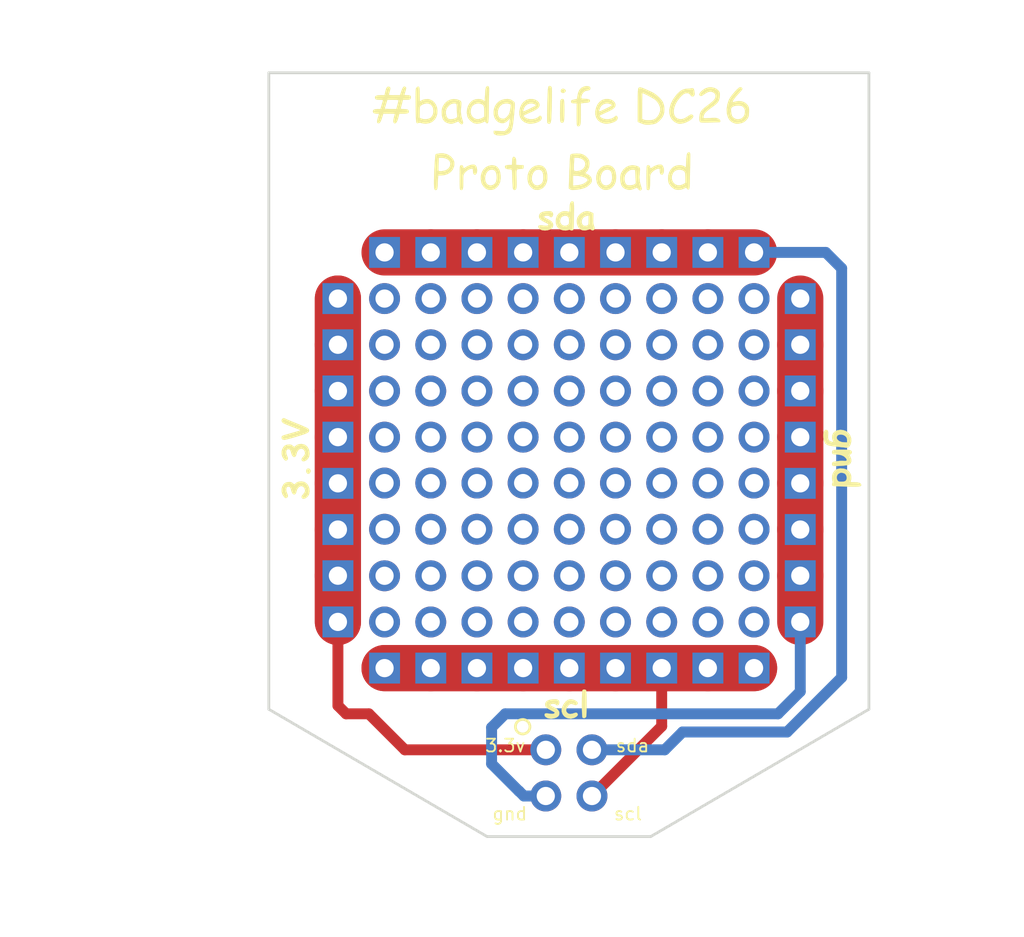
<source format=kicad_pcb>
(kicad_pcb (version 4) (host pcbnew 4.0.7-e2-6376~61~ubuntu18.04.1)

  (general
    (links 0)
    (no_connects 0)
    (area 103.249999 137.5 153.750001 188.750001)
    (thickness 1.6)
    (drawings 28)
    (tracks 55)
    (zones 0)
    (modules 14)
    (nets 5)
  )

  (page A4)
  (layers
    (0 F.Cu signal)
    (31 B.Cu signal)
    (32 B.Adhes user)
    (33 F.Adhes user)
    (34 B.Paste user)
    (35 F.Paste user)
    (36 B.SilkS user)
    (37 F.SilkS user)
    (38 B.Mask user)
    (39 F.Mask user)
    (40 Dwgs.User user)
    (41 Cmts.User user)
    (42 Eco1.User user)
    (43 Eco2.User user)
    (44 Edge.Cuts user)
    (45 Margin user)
    (46 B.CrtYd user)
    (47 F.CrtYd user)
    (48 B.Fab user)
    (49 F.Fab user)
  )

  (setup
    (last_trace_width 0.15)
    (user_trace_width 0.6)
    (user_trace_width 2)
    (user_trace_width 2.54)
    (trace_clearance 0.2)
    (zone_clearance 0.508)
    (zone_45_only no)
    (trace_min 0.15)
    (segment_width 0.2)
    (edge_width 0.15)
    (via_size 0.6)
    (via_drill 0.33)
    (via_min_size 0.4)
    (via_min_drill 0.3)
    (uvia_size 0.3)
    (uvia_drill 0.1)
    (uvias_allowed no)
    (uvia_min_size 0.2)
    (uvia_min_drill 0.1)
    (pcb_text_width 0.3)
    (pcb_text_size 1.5 1.5)
    (mod_edge_width 0.15)
    (mod_text_size 1 1)
    (mod_text_width 0.15)
    (pad_size 1.7 1.7)
    (pad_drill 1)
    (pad_to_mask_clearance 0.2)
    (aux_axis_origin 0 0)
    (visible_elements FFFFFF7F)
    (pcbplotparams
      (layerselection 0x010fc_80000001)
      (usegerberextensions true)
      (excludeedgelayer true)
      (linewidth 0.100000)
      (plotframeref false)
      (viasonmask false)
      (mode 1)
      (useauxorigin false)
      (hpglpennumber 1)
      (hpglpenspeed 20)
      (hpglpendiameter 15)
      (hpglpenoverlay 2)
      (psnegative false)
      (psa4output false)
      (plotreference true)
      (plotvalue true)
      (plotinvisibletext false)
      (padsonsilk false)
      (subtractmaskfromsilk false)
      (outputformat 1)
      (mirror false)
      (drillshape 0)
      (scaleselection 1)
      (outputdirectory output/))
  )

  (net 0 "")
  (net 1 +3V3)
  (net 2 GND)
  (net 3 SDA)
  (net 4 SCL)

  (net_class Default "This is the default net class."
    (clearance 0.2)
    (trace_width 0.15)
    (via_dia 0.6)
    (via_drill 0.33)
    (uvia_dia 0.3)
    (uvia_drill 0.1)
    (add_net +3V3)
    (add_net GND)
    (add_net SCL)
    (add_net SDA)
  )

  (module mrmeeseeks:Pin_Header_Straight_2x09_Pitch2.54mm-NoSilk (layer F.Cu) (tedit 5AA33E7A) (tstamp 5AC7B4FD)
    (at 118.364 171.2 90)
    (descr "Through hole straight pin header, 2x09, 2.54mm pitch, double rows")
    (tags "Through hole pin header THT 2x09 2.54mm double row")
    (fp_text reference REF** (at 1.27 -2.33 90) (layer F.Fab) hide
      (effects (font (size 1 1) (thickness 0.15)))
    )
    (fp_text value Pin_Header_Straight_2x09_Pitch2.54mm (at 1.27 22.65 90) (layer F.Fab)
      (effects (font (size 1 1) (thickness 0.15)))
    )
    (fp_line (start -1.8 -1.8) (end -1.8 22.1) (layer F.CrtYd) (width 0.05))
    (fp_line (start -1.8 22.1) (end 4.35 22.1) (layer F.CrtYd) (width 0.05))
    (fp_line (start 4.35 22.1) (end 4.35 -1.8) (layer F.CrtYd) (width 0.05))
    (fp_line (start 4.35 -1.8) (end -1.8 -1.8) (layer F.CrtYd) (width 0.05))
    (fp_text user %R (at 1.27 10.16 180) (layer F.Fab)
      (effects (font (size 1 1) (thickness 0.15)))
    )
    (pad 1 thru_hole circle (at 0 0 90) (size 1.7 1.7) (drill 1) (layers *.Cu *.Mask))
    (pad 2 thru_hole oval (at 2.54 0 90) (size 1.7 1.7) (drill 1) (layers *.Cu *.Mask))
    (pad 3 thru_hole oval (at 0 2.54 90) (size 1.7 1.7) (drill 1) (layers *.Cu *.Mask))
    (pad 4 thru_hole oval (at 2.54 2.54 90) (size 1.7 1.7) (drill 1) (layers *.Cu *.Mask))
    (pad 5 thru_hole oval (at 0 5.08 90) (size 1.7 1.7) (drill 1) (layers *.Cu *.Mask))
    (pad 6 thru_hole oval (at 2.54 5.08 90) (size 1.7 1.7) (drill 1) (layers *.Cu *.Mask))
    (pad 7 thru_hole oval (at 0 7.62 90) (size 1.7 1.7) (drill 1) (layers *.Cu *.Mask))
    (pad 8 thru_hole oval (at 2.54 7.62 90) (size 1.7 1.7) (drill 1) (layers *.Cu *.Mask))
    (pad 9 thru_hole oval (at 0 10.16 90) (size 1.7 1.7) (drill 1) (layers *.Cu *.Mask))
    (pad 10 thru_hole oval (at 2.54 10.16 90) (size 1.7 1.7) (drill 1) (layers *.Cu *.Mask))
    (pad 11 thru_hole oval (at 0 12.7 90) (size 1.7 1.7) (drill 1) (layers *.Cu *.Mask))
    (pad 12 thru_hole oval (at 2.54 12.7 90) (size 1.7 1.7) (drill 1) (layers *.Cu *.Mask))
    (pad 13 thru_hole oval (at 0 15.24 90) (size 1.7 1.7) (drill 1) (layers *.Cu *.Mask))
    (pad 14 thru_hole oval (at 2.54 15.24 90) (size 1.7 1.7) (drill 1) (layers *.Cu *.Mask))
    (pad 15 thru_hole oval (at 0 17.78 90) (size 1.7 1.7) (drill 1) (layers *.Cu *.Mask))
    (pad 16 thru_hole oval (at 2.54 17.78 90) (size 1.7 1.7) (drill 1) (layers *.Cu *.Mask))
    (pad 17 thru_hole oval (at 0 20.32 90) (size 1.7 1.7) (drill 1) (layers *.Cu *.Mask))
    (pad 18 thru_hole oval (at 2.54 20.32 90) (size 1.7 1.7) (drill 1) (layers *.Cu *.Mask))
  )

  (module mrmeeseeks:Pin_Header_Straight_2x09_Pitch2.54mm-NoSilk (layer F.Cu) (tedit 5AA33E7A) (tstamp 5AC7B4E3)
    (at 118.364 166.1 90)
    (descr "Through hole straight pin header, 2x09, 2.54mm pitch, double rows")
    (tags "Through hole pin header THT 2x09 2.54mm double row")
    (fp_text reference REF** (at 1.27 -2.33 90) (layer F.Fab) hide
      (effects (font (size 1 1) (thickness 0.15)))
    )
    (fp_text value Pin_Header_Straight_2x09_Pitch2.54mm (at 1.27 22.65 90) (layer F.Fab)
      (effects (font (size 1 1) (thickness 0.15)))
    )
    (fp_line (start -1.8 -1.8) (end -1.8 22.1) (layer F.CrtYd) (width 0.05))
    (fp_line (start -1.8 22.1) (end 4.35 22.1) (layer F.CrtYd) (width 0.05))
    (fp_line (start 4.35 22.1) (end 4.35 -1.8) (layer F.CrtYd) (width 0.05))
    (fp_line (start 4.35 -1.8) (end -1.8 -1.8) (layer F.CrtYd) (width 0.05))
    (fp_text user %R (at 1.27 10.16 180) (layer F.Fab)
      (effects (font (size 1 1) (thickness 0.15)))
    )
    (pad 1 thru_hole circle (at 0 0 90) (size 1.7 1.7) (drill 1) (layers *.Cu *.Mask))
    (pad 2 thru_hole oval (at 2.54 0 90) (size 1.7 1.7) (drill 1) (layers *.Cu *.Mask))
    (pad 3 thru_hole oval (at 0 2.54 90) (size 1.7 1.7) (drill 1) (layers *.Cu *.Mask))
    (pad 4 thru_hole oval (at 2.54 2.54 90) (size 1.7 1.7) (drill 1) (layers *.Cu *.Mask))
    (pad 5 thru_hole oval (at 0 5.08 90) (size 1.7 1.7) (drill 1) (layers *.Cu *.Mask))
    (pad 6 thru_hole oval (at 2.54 5.08 90) (size 1.7 1.7) (drill 1) (layers *.Cu *.Mask))
    (pad 7 thru_hole oval (at 0 7.62 90) (size 1.7 1.7) (drill 1) (layers *.Cu *.Mask))
    (pad 8 thru_hole oval (at 2.54 7.62 90) (size 1.7 1.7) (drill 1) (layers *.Cu *.Mask))
    (pad 9 thru_hole oval (at 0 10.16 90) (size 1.7 1.7) (drill 1) (layers *.Cu *.Mask))
    (pad 10 thru_hole oval (at 2.54 10.16 90) (size 1.7 1.7) (drill 1) (layers *.Cu *.Mask))
    (pad 11 thru_hole oval (at 0 12.7 90) (size 1.7 1.7) (drill 1) (layers *.Cu *.Mask))
    (pad 12 thru_hole oval (at 2.54 12.7 90) (size 1.7 1.7) (drill 1) (layers *.Cu *.Mask))
    (pad 13 thru_hole oval (at 0 15.24 90) (size 1.7 1.7) (drill 1) (layers *.Cu *.Mask))
    (pad 14 thru_hole oval (at 2.54 15.24 90) (size 1.7 1.7) (drill 1) (layers *.Cu *.Mask))
    (pad 15 thru_hole oval (at 0 17.78 90) (size 1.7 1.7) (drill 1) (layers *.Cu *.Mask))
    (pad 16 thru_hole oval (at 2.54 17.78 90) (size 1.7 1.7) (drill 1) (layers *.Cu *.Mask))
    (pad 17 thru_hole oval (at 0 20.32 90) (size 1.7 1.7) (drill 1) (layers *.Cu *.Mask))
    (pad 18 thru_hole oval (at 2.54 20.32 90) (size 1.7 1.7) (drill 1) (layers *.Cu *.Mask))
  )

  (module mrmeeseeks:Pin_Header_Straight_2x09_Pitch2.54mm-NoSilk (layer F.Cu) (tedit 5AA33E7A) (tstamp 5AA4619B)
    (at 118.364 161.036 90)
    (descr "Through hole straight pin header, 2x09, 2.54mm pitch, double rows")
    (tags "Through hole pin header THT 2x09 2.54mm double row")
    (fp_text reference REF** (at 1.27 -2.33 90) (layer F.Fab) hide
      (effects (font (size 1 1) (thickness 0.15)))
    )
    (fp_text value Pin_Header_Straight_2x09_Pitch2.54mm (at 1.27 22.65 90) (layer F.Fab)
      (effects (font (size 1 1) (thickness 0.15)))
    )
    (fp_line (start -1.8 -1.8) (end -1.8 22.1) (layer F.CrtYd) (width 0.05))
    (fp_line (start -1.8 22.1) (end 4.35 22.1) (layer F.CrtYd) (width 0.05))
    (fp_line (start 4.35 22.1) (end 4.35 -1.8) (layer F.CrtYd) (width 0.05))
    (fp_line (start 4.35 -1.8) (end -1.8 -1.8) (layer F.CrtYd) (width 0.05))
    (fp_text user %R (at 1.27 10.16 180) (layer F.Fab)
      (effects (font (size 1 1) (thickness 0.15)))
    )
    (pad 1 thru_hole circle (at 0 0 90) (size 1.7 1.7) (drill 1) (layers *.Cu *.Mask))
    (pad 2 thru_hole oval (at 2.54 0 90) (size 1.7 1.7) (drill 1) (layers *.Cu *.Mask))
    (pad 3 thru_hole oval (at 0 2.54 90) (size 1.7 1.7) (drill 1) (layers *.Cu *.Mask))
    (pad 4 thru_hole oval (at 2.54 2.54 90) (size 1.7 1.7) (drill 1) (layers *.Cu *.Mask))
    (pad 5 thru_hole oval (at 0 5.08 90) (size 1.7 1.7) (drill 1) (layers *.Cu *.Mask))
    (pad 6 thru_hole oval (at 2.54 5.08 90) (size 1.7 1.7) (drill 1) (layers *.Cu *.Mask))
    (pad 7 thru_hole oval (at 0 7.62 90) (size 1.7 1.7) (drill 1) (layers *.Cu *.Mask))
    (pad 8 thru_hole oval (at 2.54 7.62 90) (size 1.7 1.7) (drill 1) (layers *.Cu *.Mask))
    (pad 9 thru_hole oval (at 0 10.16 90) (size 1.7 1.7) (drill 1) (layers *.Cu *.Mask))
    (pad 10 thru_hole oval (at 2.54 10.16 90) (size 1.7 1.7) (drill 1) (layers *.Cu *.Mask))
    (pad 11 thru_hole oval (at 0 12.7 90) (size 1.7 1.7) (drill 1) (layers *.Cu *.Mask))
    (pad 12 thru_hole oval (at 2.54 12.7 90) (size 1.7 1.7) (drill 1) (layers *.Cu *.Mask))
    (pad 13 thru_hole oval (at 0 15.24 90) (size 1.7 1.7) (drill 1) (layers *.Cu *.Mask))
    (pad 14 thru_hole oval (at 2.54 15.24 90) (size 1.7 1.7) (drill 1) (layers *.Cu *.Mask))
    (pad 15 thru_hole oval (at 0 17.78 90) (size 1.7 1.7) (drill 1) (layers *.Cu *.Mask))
    (pad 16 thru_hole oval (at 2.54 17.78 90) (size 1.7 1.7) (drill 1) (layers *.Cu *.Mask))
    (pad 17 thru_hole oval (at 0 20.32 90) (size 1.7 1.7) (drill 1) (layers *.Cu *.Mask))
    (pad 18 thru_hole oval (at 2.54 20.32 90) (size 1.7 1.7) (drill 1) (layers *.Cu *.Mask))
  )

  (module mrmeeseeks:Pin_Header_Straight_2x09_Pitch2.54mm-NoSilk (layer F.Cu) (tedit 5AA33E7A) (tstamp 5AA43AA4)
    (at 118.364 155.956 90)
    (descr "Through hole straight pin header, 2x09, 2.54mm pitch, double rows")
    (tags "Through hole pin header THT 2x09 2.54mm double row")
    (fp_text reference REF** (at 1.27 -2.33 90) (layer F.Fab) hide
      (effects (font (size 1 1) (thickness 0.15)))
    )
    (fp_text value Pin_Header_Straight_2x09_Pitch2.54mm (at 1.27 22.65 90) (layer F.Fab)
      (effects (font (size 1 1) (thickness 0.15)))
    )
    (fp_line (start -1.8 -1.8) (end -1.8 22.1) (layer F.CrtYd) (width 0.05))
    (fp_line (start -1.8 22.1) (end 4.35 22.1) (layer F.CrtYd) (width 0.05))
    (fp_line (start 4.35 22.1) (end 4.35 -1.8) (layer F.CrtYd) (width 0.05))
    (fp_line (start 4.35 -1.8) (end -1.8 -1.8) (layer F.CrtYd) (width 0.05))
    (fp_text user %R (at 1.27 10.16 180) (layer F.Fab)
      (effects (font (size 1 1) (thickness 0.15)))
    )
    (pad 1 thru_hole circle (at 0 0 90) (size 1.7 1.7) (drill 1) (layers *.Cu *.Mask))
    (pad 2 thru_hole oval (at 2.54 0 90) (size 1.7 1.7) (drill 1) (layers *.Cu *.Mask))
    (pad 3 thru_hole oval (at 0 2.54 90) (size 1.7 1.7) (drill 1) (layers *.Cu *.Mask))
    (pad 4 thru_hole oval (at 2.54 2.54 90) (size 1.7 1.7) (drill 1) (layers *.Cu *.Mask))
    (pad 5 thru_hole oval (at 0 5.08 90) (size 1.7 1.7) (drill 1) (layers *.Cu *.Mask))
    (pad 6 thru_hole oval (at 2.54 5.08 90) (size 1.7 1.7) (drill 1) (layers *.Cu *.Mask))
    (pad 7 thru_hole oval (at 0 7.62 90) (size 1.7 1.7) (drill 1) (layers *.Cu *.Mask))
    (pad 8 thru_hole oval (at 2.54 7.62 90) (size 1.7 1.7) (drill 1) (layers *.Cu *.Mask))
    (pad 9 thru_hole oval (at 0 10.16 90) (size 1.7 1.7) (drill 1) (layers *.Cu *.Mask))
    (pad 10 thru_hole oval (at 2.54 10.16 90) (size 1.7 1.7) (drill 1) (layers *.Cu *.Mask))
    (pad 11 thru_hole oval (at 0 12.7 90) (size 1.7 1.7) (drill 1) (layers *.Cu *.Mask))
    (pad 12 thru_hole oval (at 2.54 12.7 90) (size 1.7 1.7) (drill 1) (layers *.Cu *.Mask))
    (pad 13 thru_hole oval (at 0 15.24 90) (size 1.7 1.7) (drill 1) (layers *.Cu *.Mask))
    (pad 14 thru_hole oval (at 2.54 15.24 90) (size 1.7 1.7) (drill 1) (layers *.Cu *.Mask))
    (pad 15 thru_hole oval (at 0 17.78 90) (size 1.7 1.7) (drill 1) (layers *.Cu *.Mask))
    (pad 16 thru_hole oval (at 2.54 17.78 90) (size 1.7 1.7) (drill 1) (layers *.Cu *.Mask))
    (pad 17 thru_hole oval (at 0 20.32 90) (size 1.7 1.7) (drill 1) (layers *.Cu *.Mask))
    (pad 18 thru_hole oval (at 2.54 20.32 90) (size 1.7 1.7) (drill 1) (layers *.Cu *.Mask))
  )

  (module mrmeeseeks:Badgelife-Shitty-2x2 (layer F.Cu) (tedit 5AC7D7CF) (tstamp 5AC7B485)
    (at 128.5 179.5)
    (descr "Through hole angled pin header, 2x02, 2.54mm pitch, 6mm pin length, double rows")
    (tags "Through hole angled pin header THT 2x02 2.54mm double row")
    (path /5AC7B4BF)
    (fp_text reference X1 (at 0 0) (layer F.Fab)
      (effects (font (size 1 1) (thickness 0.15)))
    )
    (fp_text value Badgelife_shitty_connector (at 0 4.2) (layer F.Fab)
      (effects (font (size 1 1) (thickness 0.15)))
    )
    (fp_text user sda (at 3.5 -1.5) (layer F.SilkS)
      (effects (font (size 0.7 0.7) (thickness 0.1)))
    )
    (fp_line (start -25 9) (end 25 9) (layer F.Fab) (width 0.1))
    (fp_circle (center -2.54 -2.54) (end -2.14 -2.54) (layer F.SilkS) (width 0.15))
    (fp_line (start -25 -41) (end -25 9) (layer F.Fab) (width 0.1))
    (fp_line (start 25 -41) (end 25 9) (layer F.Fab) (width 0.1))
    (fp_line (start -25 -41) (end 25 -41) (layer F.Fab) (width 0.1))
    (fp_text user scl (at 3.25 2.25) (layer F.SilkS)
      (effects (font (size 0.7 0.7) (thickness 0.1)))
    )
    (fp_text user gnd (at -3.25 2.25) (layer F.SilkS)
      (effects (font (size 0.7 0.7) (thickness 0.1)))
    )
    (fp_text user 3.3v (at -3.5 -1.5) (layer F.SilkS)
      (effects (font (size 0.7 0.7) (thickness 0.1)))
    )
    (pad 4 thru_hole circle (at 1.27 -1.27) (size 1.7 1.7) (drill 1) (layers *.Cu *.Mask)
      (net 3 SDA))
    (pad 3 thru_hole oval (at 1.27 1.27) (size 1.7 1.7) (drill 1) (layers *.Cu *.Mask)
      (net 4 SCL))
    (pad 1 thru_hole oval (at -1.27 -1.27) (size 1.7 1.7) (drill 1) (layers *.Cu *.Mask)
      (net 1 +3V3))
    (pad 2 thru_hole oval (at -1.27 1.27) (size 1.7 1.7) (drill 1) (layers *.Cu *.Mask)
      (net 2 GND))
  )

  (module mrmeeseeks:Power_Rail-01x08 (layer F.Cu) (tedit 5AC7D1EA) (tstamp 5AC7B6D2)
    (at 115.7986 153.416)
    (descr "Through hole straight pin header, 1x07, 2.54mm pitch, single row")
    (tags "Through hole pin header THT 1x07 2.54mm single row")
    (path /5AC7BCC7)
    (fp_text reference J1 (at 0 -2.33) (layer F.Fab) hide
      (effects (font (size 1 1) (thickness 0.15)))
    )
    (fp_text value Conn_01x08 (at 0 17.57) (layer F.Fab)
      (effects (font (size 1 1) (thickness 0.15)))
    )
    (fp_line (start -1.8 -1.8) (end -1.8 19.59) (layer F.CrtYd) (width 0.05))
    (fp_line (start -1.8 19.59) (end 1.8 19.59) (layer F.CrtYd) (width 0.05))
    (fp_line (start 1.8 19.59) (end 1.8 -1.8) (layer F.CrtYd) (width 0.05))
    (fp_line (start 1.8 -1.8) (end -1.8 -1.8) (layer F.CrtYd) (width 0.05))
    (fp_text user %R (at 0 7.62 90) (layer F.Fab)
      (effects (font (size 1 1) (thickness 0.15)))
    )
    (pad 1 thru_hole rect (at 0 0) (size 1.7 1.7) (drill 1) (layers *.Cu *.Mask)
      (net 1 +3V3) (solder_mask_margin 0.1))
    (pad 2 thru_hole rect (at 0 2.54) (size 1.7 1.7) (drill 1) (layers *.Cu *.Mask)
      (net 1 +3V3) (solder_mask_margin 0.1))
    (pad 3 thru_hole rect (at 0 5.08) (size 1.7 1.7) (drill 1) (layers *.Cu *.Mask)
      (net 1 +3V3) (solder_mask_margin 0.1))
    (pad 4 thru_hole rect (at 0 7.62) (size 1.7 1.7) (drill 1) (layers *.Cu *.Mask)
      (net 1 +3V3) (solder_mask_margin 0.1))
    (pad 5 thru_hole rect (at 0 10.16) (size 1.7 1.7) (drill 1) (layers *.Cu *.Mask)
      (net 1 +3V3) (solder_mask_margin 0.1))
    (pad 6 thru_hole rect (at 0 12.7) (size 1.7 1.7) (drill 1) (layers *.Cu *.Mask)
      (net 1 +3V3) (solder_mask_margin 0.1))
    (pad 7 thru_hole rect (at 0 15.24) (size 1.7 1.7) (drill 1) (layers *.Cu *.Mask)
      (net 1 +3V3) (solder_mask_margin 0.1))
    (pad 8 thru_hole rect (at 0 17.78) (size 1.7 1.7) (drill 1) (layers *.Cu *.Mask)
      (net 1 +3V3) (solder_mask_margin 0.1))
  )

  (module mrmeeseeks:Power_Rail-01x08 (layer F.Cu) (tedit 5AC7D1EA) (tstamp 5AC7B6DE)
    (at 141.224 153.416)
    (descr "Through hole straight pin header, 1x07, 2.54mm pitch, single row")
    (tags "Through hole pin header THT 1x07 2.54mm single row")
    (path /5AC7BC88)
    (fp_text reference J2 (at 0 -2.33) (layer F.Fab) hide
      (effects (font (size 1 1) (thickness 0.15)))
    )
    (fp_text value Conn_01x08 (at 0 17.57) (layer F.Fab)
      (effects (font (size 1 1) (thickness 0.15)))
    )
    (fp_line (start -1.8 -1.8) (end -1.8 19.59) (layer F.CrtYd) (width 0.05))
    (fp_line (start -1.8 19.59) (end 1.8 19.59) (layer F.CrtYd) (width 0.05))
    (fp_line (start 1.8 19.59) (end 1.8 -1.8) (layer F.CrtYd) (width 0.05))
    (fp_line (start 1.8 -1.8) (end -1.8 -1.8) (layer F.CrtYd) (width 0.05))
    (fp_text user %R (at 0 7.62 90) (layer F.Fab)
      (effects (font (size 1 1) (thickness 0.15)))
    )
    (pad 1 thru_hole rect (at 0 0) (size 1.7 1.7) (drill 1) (layers *.Cu *.Mask)
      (net 2 GND) (solder_mask_margin 0.1))
    (pad 2 thru_hole rect (at 0 2.54) (size 1.7 1.7) (drill 1) (layers *.Cu *.Mask)
      (net 2 GND) (solder_mask_margin 0.1))
    (pad 3 thru_hole rect (at 0 5.08) (size 1.7 1.7) (drill 1) (layers *.Cu *.Mask)
      (net 2 GND) (solder_mask_margin 0.1))
    (pad 4 thru_hole rect (at 0 7.62) (size 1.7 1.7) (drill 1) (layers *.Cu *.Mask)
      (net 2 GND) (solder_mask_margin 0.1))
    (pad 5 thru_hole rect (at 0 10.16) (size 1.7 1.7) (drill 1) (layers *.Cu *.Mask)
      (net 2 GND) (solder_mask_margin 0.1))
    (pad 6 thru_hole rect (at 0 12.7) (size 1.7 1.7) (drill 1) (layers *.Cu *.Mask)
      (net 2 GND) (solder_mask_margin 0.1))
    (pad 7 thru_hole rect (at 0 15.24) (size 1.7 1.7) (drill 1) (layers *.Cu *.Mask)
      (net 2 GND) (solder_mask_margin 0.1))
    (pad 8 thru_hole rect (at 0 17.78) (size 1.7 1.7) (drill 1) (layers *.Cu *.Mask)
      (net 2 GND) (solder_mask_margin 0.1))
  )

  (module mrmeeseeks:Power_Rail-01x09 (layer F.Cu) (tedit 5AC7D21B) (tstamp 5AC7B6EB)
    (at 118.364 150.876 90)
    (descr "Through hole straight pin header, 1x07, 2.54mm pitch, single row")
    (tags "Through hole pin header THT 1x07 2.54mm single row")
    (path /5AC7B62F)
    (fp_text reference J3 (at 0 -2.33 90) (layer F.Fab) hide
      (effects (font (size 1 1) (thickness 0.15)))
    )
    (fp_text value Conn_01x09 (at 0 17.57 90) (layer F.Fab)
      (effects (font (size 1 1) (thickness 0.15)))
    )
    (fp_line (start -1.8 -1.8) (end -1.8 22.13) (layer F.CrtYd) (width 0.05))
    (fp_line (start -1.8 22.13) (end 1.8 22.13) (layer F.CrtYd) (width 0.05))
    (fp_line (start 1.8 22.13) (end 1.8 -1.8) (layer F.CrtYd) (width 0.05))
    (fp_line (start 1.8 -1.8) (end -1.8 -1.8) (layer F.CrtYd) (width 0.05))
    (fp_text user %R (at 0 7.62 180) (layer F.Fab)
      (effects (font (size 1 1) (thickness 0.15)))
    )
    (pad 1 thru_hole rect (at 0 0 90) (size 1.7 1.7) (drill 1) (layers *.Cu *.Mask)
      (net 3 SDA) (solder_mask_margin 0.1))
    (pad 2 thru_hole rect (at 0 2.54 90) (size 1.7 1.7) (drill 1) (layers *.Cu *.Mask)
      (net 3 SDA) (solder_mask_margin 0.1))
    (pad 3 thru_hole rect (at 0 5.08 90) (size 1.7 1.7) (drill 1) (layers *.Cu *.Mask)
      (net 3 SDA) (solder_mask_margin 0.1))
    (pad 4 thru_hole rect (at 0 7.62 90) (size 1.7 1.7) (drill 1) (layers *.Cu *.Mask)
      (net 3 SDA) (solder_mask_margin 0.1))
    (pad 5 thru_hole rect (at 0 10.16 90) (size 1.7 1.7) (drill 1) (layers *.Cu *.Mask)
      (net 3 SDA) (solder_mask_margin 0.1))
    (pad 6 thru_hole rect (at 0 12.7 90) (size 1.7 1.7) (drill 1) (layers *.Cu *.Mask)
      (net 3 SDA) (solder_mask_margin 0.1))
    (pad 7 thru_hole rect (at 0 15.24 90) (size 1.7 1.7) (drill 1) (layers *.Cu *.Mask)
      (net 3 SDA) (solder_mask_margin 0.1))
    (pad 8 thru_hole rect (at 0 17.78 90) (size 1.7 1.7) (drill 1) (layers *.Cu *.Mask)
      (net 3 SDA) (solder_mask_margin 0.1))
    (pad 9 thru_hole rect (at 0 20.32 90) (size 1.7 1.7) (drill 1) (layers *.Cu *.Mask)
      (net 3 SDA) (solder_mask_margin 0.1))
  )

  (module mrmeeseeks:Power_Rail-01x09 (layer F.Cu) (tedit 5AC7D21B) (tstamp 5AC7B6F8)
    (at 118.364 173.736 90)
    (descr "Through hole straight pin header, 1x07, 2.54mm pitch, single row")
    (tags "Through hole pin header THT 1x07 2.54mm single row")
    (path /5AC7B83F)
    (fp_text reference J4 (at 0 -2.33 90) (layer F.Fab) hide
      (effects (font (size 1 1) (thickness 0.15)))
    )
    (fp_text value Conn_01x09 (at 0 17.57 90) (layer F.Fab)
      (effects (font (size 1 1) (thickness 0.15)))
    )
    (fp_line (start -1.8 -1.8) (end -1.8 22.13) (layer F.CrtYd) (width 0.05))
    (fp_line (start -1.8 22.13) (end 1.8 22.13) (layer F.CrtYd) (width 0.05))
    (fp_line (start 1.8 22.13) (end 1.8 -1.8) (layer F.CrtYd) (width 0.05))
    (fp_line (start 1.8 -1.8) (end -1.8 -1.8) (layer F.CrtYd) (width 0.05))
    (fp_text user %R (at 0 7.62 180) (layer F.Fab)
      (effects (font (size 1 1) (thickness 0.15)))
    )
    (pad 1 thru_hole rect (at 0 0 90) (size 1.7 1.7) (drill 1) (layers *.Cu *.Mask)
      (net 4 SCL) (solder_mask_margin 0.1))
    (pad 2 thru_hole rect (at 0 2.54 90) (size 1.7 1.7) (drill 1) (layers *.Cu *.Mask)
      (net 4 SCL) (solder_mask_margin 0.1))
    (pad 3 thru_hole rect (at 0 5.08 90) (size 1.7 1.7) (drill 1) (layers *.Cu *.Mask)
      (net 4 SCL) (solder_mask_margin 0.1))
    (pad 4 thru_hole rect (at 0 7.62 90) (size 1.7 1.7) (drill 1) (layers *.Cu *.Mask)
      (net 4 SCL) (solder_mask_margin 0.1))
    (pad 5 thru_hole rect (at 0 10.16 90) (size 1.7 1.7) (drill 1) (layers *.Cu *.Mask)
      (net 4 SCL) (solder_mask_margin 0.1))
    (pad 6 thru_hole rect (at 0 12.7 90) (size 1.7 1.7) (drill 1) (layers *.Cu *.Mask)
      (net 4 SCL) (solder_mask_margin 0.1))
    (pad 7 thru_hole rect (at 0 15.24 90) (size 1.7 1.7) (drill 1) (layers *.Cu *.Mask)
      (net 4 SCL) (solder_mask_margin 0.1))
    (pad 8 thru_hole rect (at 0 17.78 90) (size 1.7 1.7) (drill 1) (layers *.Cu *.Mask)
      (net 4 SCL) (solder_mask_margin 0.1))
    (pad 9 thru_hole rect (at 0 20.32 90) (size 1.7 1.7) (drill 1) (layers *.Cu *.Mask)
      (net 4 SCL) (solder_mask_margin 0.1))
  )

  (module mrmeeseeks:badgelife-shitty-label-3.3v (layer F.Cu) (tedit 0) (tstamp 5ACA1377)
    (at 113.4 162.2 90)
    (fp_text reference G*** (at 0 0 90) (layer F.SilkS) hide
      (effects (font (thickness 0.3)))
    )
    (fp_text value LOGO (at 0.75 0 90) (layer F.SilkS) hide
      (effects (font (thickness 0.3)))
    )
    (fp_poly (pts (xy -0.590635 0.689919) (xy -0.557475 0.747317) (xy -0.567652 0.818609) (xy -0.581498 0.842303)
      (xy -0.646567 0.892611) (xy -0.727929 0.897305) (xy -0.80826 0.856113) (xy -0.819091 0.846019)
      (xy -0.854673 0.780646) (xy -0.839618 0.718095) (xy -0.77886 0.671084) (xy -0.747137 0.660511)
      (xy -0.657174 0.657341) (xy -0.590635 0.689919)) (layer F.SilkS) (width 0.01))
    (fp_poly (pts (xy -1.662356 -0.69149) (xy -1.538111 -0.652478) (xy -1.420385 -0.584149) (xy -1.348558 -0.501879)
      (xy -1.312086 -0.391104) (xy -1.304546 -0.32987) (xy -1.300937 -0.235155) (xy -1.314372 -0.17056)
      (xy -1.351823 -0.110666) (xy -1.371186 -0.086952) (xy -1.418278 -0.025704) (xy -1.429972 0.010547)
      (xy -1.410687 0.036812) (xy -1.408186 0.038744) (xy -1.326114 0.134105) (xy -1.279176 0.26049)
      (xy -1.269896 0.402855) (xy -1.300799 0.546153) (xy -1.316744 0.583864) (xy -1.398362 0.69399)
      (xy -1.518153 0.776561) (xy -1.662673 0.826861) (xy -1.818478 0.840176) (xy -1.969383 0.812724)
      (xy -2.065798 0.762346) (xy -2.145295 0.688367) (xy -2.20065 0.603039) (xy -2.224637 0.518614)
      (xy -2.210031 0.447343) (xy -2.195689 0.428977) (xy -2.138215 0.397912) (xy -2.069555 0.4138)
      (xy -1.983491 0.478409) (xy -1.967173 0.493888) (xy -1.885668 0.560578) (xy -1.810278 0.589221)
      (xy -1.764005 0.592666) (xy -1.663128 0.56993) (xy -1.580556 0.510627) (xy -1.531373 0.428114)
      (xy -1.524 0.380111) (xy -1.549538 0.295211) (xy -1.616633 0.215179) (xy -1.711006 0.153154)
      (xy -1.801943 0.12441) (xy -1.914371 0.091153) (xy -1.97702 0.04075) (xy -1.990615 -0.018733)
      (xy -1.955878 -0.079231) (xy -1.873532 -0.132678) (xy -1.776037 -0.164443) (xy -1.660204 -0.196853)
      (xy -1.590923 -0.233099) (xy -1.558394 -0.280298) (xy -1.552222 -0.327019) (xy -1.575416 -0.396571)
      (xy -1.638428 -0.437661) (xy -1.731406 -0.448636) (xy -1.844496 -0.427843) (xy -1.934941 -0.39123)
      (xy -2.035305 -0.351941) (xy -2.105993 -0.353614) (xy -2.157603 -0.397662) (xy -2.172922 -0.42298)
      (xy -2.187395 -0.467597) (xy -2.169976 -0.509393) (xy -2.12097 -0.560425) (xy -1.984204 -0.651522)
      (xy -1.826666 -0.695948) (xy -1.662356 -0.69149)) (layer F.SilkS) (width 0.01))
    (fp_poly (pts (xy 0.397866 -0.69149) (xy 0.522111 -0.652478) (xy 0.639837 -0.584149) (xy 0.711664 -0.501879)
      (xy 0.748137 -0.391104) (xy 0.755677 -0.32987) (xy 0.759285 -0.235155) (xy 0.745851 -0.17056)
      (xy 0.708399 -0.110666) (xy 0.689036 -0.086952) (xy 0.641945 -0.025704) (xy 0.630251 0.010547)
      (xy 0.649536 0.036812) (xy 0.652036 0.038744) (xy 0.734109 0.134105) (xy 0.781046 0.26049)
      (xy 0.790326 0.402855) (xy 0.759423 0.546153) (xy 0.743478 0.583864) (xy 0.66186 0.69399)
      (xy 0.542069 0.776561) (xy 0.397549 0.826861) (xy 0.241745 0.840176) (xy 0.090839 0.812724)
      (xy -0.005576 0.762346) (xy -0.085073 0.688367) (xy -0.140428 0.603039) (xy -0.164415 0.518614)
      (xy -0.149809 0.447343) (xy -0.135467 0.428977) (xy -0.077993 0.397912) (xy -0.009333 0.4138)
      (xy 0.076731 0.478409) (xy 0.09305 0.493888) (xy 0.174555 0.560578) (xy 0.249944 0.589221)
      (xy 0.296217 0.592666) (xy 0.397095 0.56993) (xy 0.479666 0.510627) (xy 0.528849 0.428114)
      (xy 0.536222 0.380111) (xy 0.510684 0.295211) (xy 0.443589 0.215179) (xy 0.349216 0.153154)
      (xy 0.258279 0.12441) (xy 0.145851 0.091153) (xy 0.083202 0.04075) (xy 0.069607 -0.018733)
      (xy 0.104345 -0.079231) (xy 0.18669 -0.132678) (xy 0.284185 -0.164443) (xy 0.400018 -0.196853)
      (xy 0.469299 -0.233099) (xy 0.501828 -0.280298) (xy 0.508 -0.327019) (xy 0.484806 -0.396571)
      (xy 0.421794 -0.437661) (xy 0.328816 -0.448636) (xy 0.215726 -0.427843) (xy 0.125281 -0.39123)
      (xy 0.024917 -0.351941) (xy -0.045771 -0.353614) (xy -0.097381 -0.397662) (xy -0.112699 -0.42298)
      (xy -0.127172 -0.467597) (xy -0.109754 -0.509393) (xy -0.060747 -0.560425) (xy 0.076018 -0.651522)
      (xy 0.233556 -0.695948) (xy 0.397866 -0.69149)) (layer F.SilkS) (width 0.01))
    (fp_poly (pts (xy 2.153449 -0.674384) (xy 2.177191 -0.651082) (xy 2.205517 -0.611342) (xy 2.211908 -0.575288)
      (xy 2.194889 -0.523914) (xy 2.162081 -0.456327) (xy 2.130842 -0.388464) (xy 2.083659 -0.278843)
      (xy 2.025053 -0.13831) (xy 1.959546 0.022292) (xy 1.891661 0.192116) (xy 1.890761 0.19439)
      (xy 1.82464 0.357637) (xy 1.761887 0.50529) (xy 1.70659 0.628282) (xy 1.66284 0.717545)
      (xy 1.634727 0.764011) (xy 1.632998 0.76589) (xy 1.557209 0.812335) (xy 1.482424 0.80636)
      (xy 1.435053 0.769055) (xy 1.409639 0.734823) (xy 1.384944 0.691113) (xy 1.358279 0.630603)
      (xy 1.326954 0.545973) (xy 1.28828 0.429901) (xy 1.239568 0.275068) (xy 1.178126 0.074152)
      (xy 1.170442 0.048815) (xy 1.121341 -0.117914) (xy 1.078681 -0.271803) (xy 1.045129 -0.402488)
      (xy 1.023353 -0.499603) (xy 1.016 -0.551468) (xy 1.034687 -0.642203) (xy 1.08683 -0.691928)
      (xy 1.166546 -0.695128) (xy 1.168663 -0.694609) (xy 1.192971 -0.688152) (xy 1.212866 -0.678004)
      (xy 1.230984 -0.657375) (xy 1.249957 -0.619478) (xy 1.27242 -0.557523) (xy 1.301007 -0.46472)
      (xy 1.338351 -0.334281) (xy 1.387087 -0.159417) (xy 1.414152 -0.061847) (xy 1.463589 0.110744)
      (xy 1.501959 0.231494) (xy 1.530478 0.303653) (xy 1.550361 0.330473) (xy 1.558995 0.325562)
      (xy 1.577244 0.284535) (xy 1.611047 0.200929) (xy 1.656333 0.085089) (xy 1.709033 -0.05264)
      (xy 1.738066 -0.129609) (xy 1.794706 -0.277262) (xy 1.848176 -0.410767) (xy 1.893839 -0.518969)
      (xy 1.927059 -0.590713) (xy 1.937321 -0.609072) (xy 2.005055 -0.676804) (xy 2.081724 -0.699384)
      (xy 2.153449 -0.674384)) (layer F.SilkS) (width 0.01))
  )

  (module mrmeeseeks:badgelife-shitty-label-sda (layer F.Cu) (tedit 0) (tstamp 5ACAA0B0)
    (at 128.2 148.8)
    (fp_text reference G*** (at 0 0) (layer F.SilkS) hide
      (effects (font (thickness 0.3)))
    )
    (fp_text value LOGO (at 0.75 0) (layer F.SilkS) hide
      (effects (font (thickness 0.3)))
    )
    (fp_poly (pts (xy -0.714617 -0.189913) (xy -0.657038 -0.170794) (xy -0.636132 -0.15856) (xy -0.577841 -0.090163)
      (xy -0.565648 0.000674) (xy -0.59366 0.086522) (xy -0.639137 0.129278) (xy -0.696969 0.138997)
      (xy -0.743441 0.113842) (xy -0.751794 0.098777) (xy -0.788033 0.072725) (xy -0.858239 0.058422)
      (xy -0.94092 0.05712) (xy -1.014581 0.070071) (xy -1.040782 0.081943) (xy -1.065768 0.111266)
      (xy -1.048706 0.145346) (xy -0.985533 0.188204) (xy -0.881405 0.239662) (xy -0.731986 0.318617)
      (xy -0.633121 0.397882) (xy -0.579196 0.48333) (xy -0.564444 0.571007) (xy -0.582986 0.677028)
      (xy -0.631395 0.746849) (xy -0.732768 0.814165) (xy -0.866963 0.8572) (xy -1.014564 0.87306)
      (xy -1.156158 0.858849) (xy -1.227678 0.835775) (xy -1.329141 0.772911) (xy -1.376008 0.696409)
      (xy -1.378 0.643608) (xy -1.364264 0.607678) (xy -1.329633 0.587468) (xy -1.265217 0.582045)
      (xy -1.162125 0.590473) (xy -1.037394 0.60784) (xy -0.930439 0.612111) (xy -0.854432 0.590971)
      (xy -0.819579 0.547752) (xy -0.818444 0.536331) (xy -0.842064 0.514907) (xy -0.904482 0.477715)
      (xy -0.99304 0.432186) (xy -1.008944 0.42455) (xy -1.16886 0.338539) (xy -1.276245 0.255548)
      (xy -1.334489 0.170945) (xy -1.346987 0.080101) (xy -1.324096 -0.00567) (xy -1.269968 -0.083938)
      (xy -1.178463 -0.139442) (xy -1.043333 -0.174997) (xy -0.915067 -0.189858) (xy -0.795193 -0.195658)
      (xy -0.714617 -0.189913)) (layer F.SilkS) (width 0.01))
    (fp_poly (pts (xy 0.527695 -0.72827) (xy 0.549894 -0.706831) (xy 0.565668 -0.663569) (xy 0.575855 -0.592702)
      (xy 0.581291 -0.488449) (xy 0.582812 -0.345028) (xy 0.581256 -0.156659) (xy 0.577528 0.078525)
      (xy 0.572562 0.32179) (xy 0.56689 0.513131) (xy 0.56023 0.657067) (xy 0.552299 0.758117)
      (xy 0.542815 0.820799) (xy 0.531494 0.849633) (xy 0.529183 0.851614) (xy 0.455784 0.873433)
      (xy 0.388231 0.854881) (xy 0.377129 0.845617) (xy 0.328452 0.830782) (xy 0.27087 0.845617)
      (xy 0.13742 0.871969) (xy -0.013296 0.863734) (xy -0.155136 0.822408) (xy -0.158014 0.821113)
      (xy -0.285519 0.737545) (xy -0.369786 0.620525) (xy -0.413226 0.466312) (xy -0.418316 0.41715)
      (xy -0.414311 0.330815) (xy -0.184611 0.330815) (xy -0.182028 0.401171) (xy -0.147631 0.483402)
      (xy -0.093356 0.553725) (xy -0.060507 0.578092) (xy 0.057646 0.616574) (xy 0.173307 0.599474)
      (xy 0.228479 0.57247) (xy 0.273535 0.54149) (xy 0.298121 0.505016) (xy 0.308377 0.446131)
      (xy 0.310444 0.34792) (xy 0.310445 0.346692) (xy 0.306044 0.236998) (xy 0.290111 0.166285)
      (xy 0.258549 0.117578) (xy 0.254 0.112888) (xy 0.17441 0.067985) (xy 0.07643 0.059477)
      (xy -0.022557 0.082871) (xy -0.105169 0.133668) (xy -0.154021 0.207374) (xy -0.157171 0.219235)
      (xy -0.173462 0.288948) (xy -0.184611 0.330815) (xy -0.414311 0.330815) (xy -0.409557 0.22837)
      (xy -0.35584 0.068241) (xy -0.25976 -0.058868) (xy -0.123914 -0.148591) (xy -0.069449 -0.169699)
      (xy 0.05164 -0.190463) (xy 0.184476 -0.184665) (xy 0.289278 -0.156771) (xy 0.314001 -0.151075)
      (xy 0.328827 -0.167531) (xy 0.336272 -0.216243) (xy 0.338852 -0.307316) (xy 0.339083 -0.356814)
      (xy 0.348592 -0.52708) (xy 0.376663 -0.64519) (xy 0.423718 -0.712437) (xy 0.460676 -0.728803)
      (xy 0.498234 -0.733667) (xy 0.527695 -0.72827)) (layer F.SilkS) (width 0.01))
    (fp_poly (pts (xy 1.386014 -0.184169) (xy 1.487086 -0.151288) (xy 1.525076 -0.134056) (xy 1.651 -0.070556)
      (xy 1.640847 0.203878) (xy 1.638488 0.356454) (xy 1.645733 0.471065) (xy 1.664356 0.565645)
      (xy 1.682185 0.621505) (xy 1.71173 0.719483) (xy 1.715031 0.782735) (xy 1.703424 0.812737)
      (xy 1.644432 0.863146) (xy 1.572639 0.86309) (xy 1.526373 0.834703) (xy 1.489576 0.808611)
      (xy 1.447988 0.804975) (xy 1.380775 0.823492) (xy 1.355591 0.832229) (xy 1.197527 0.87014)
      (xy 1.059124 0.862089) (xy 0.959556 0.825456) (xy 0.862411 0.747578) (xy 0.789699 0.631447)
      (xy 0.745477 0.49145) (xy 0.738158 0.39771) (xy 0.999337 0.39771) (xy 1.023917 0.506835)
      (xy 1.066046 0.5715) (xy 1.139845 0.614472) (xy 1.242976 0.613297) (xy 1.310496 0.593365)
      (xy 1.344588 0.577792) (xy 1.365845 0.554673) (xy 1.377296 0.512051) (xy 1.381967 0.437969)
      (xy 1.382887 0.320469) (xy 1.382889 0.30745) (xy 1.382889 0.049059) (xy 1.280064 0.065745)
      (xy 1.163493 0.108321) (xy 1.074359 0.186086) (xy 1.017896 0.286671) (xy 0.999337 0.39771)
      (xy 0.738158 0.39771) (xy 0.733806 0.341974) (xy 0.758746 0.197405) (xy 0.77216 0.161371)
      (xy 0.853175 0.033319) (xy 0.972408 -0.076039) (xy 1.113719 -0.15573) (xy 1.260967 -0.194784)
      (xy 1.299298 -0.196936) (xy 1.386014 -0.184169)) (layer F.SilkS) (width 0.01))
  )

  (module mrmeeseeks:badgelife-shitty-label-scl (layer F.Cu) (tedit 0) (tstamp 5ACB2E0F)
    (at 128.4 175.7)
    (fp_text reference G*** (at 0 0) (layer F.SilkS) hide
      (effects (font (thickness 0.3)))
    )
    (fp_text value LOGO (at 0.75 0) (layer F.SilkS) hide
      (effects (font (thickness 0.3)))
    )
    (fp_poly (pts (xy -0.573506 -0.246358) (xy -0.515927 -0.227238) (xy -0.495021 -0.215004) (xy -0.43673 -0.146607)
      (xy -0.424537 -0.055771) (xy -0.452548 0.030077) (xy -0.498026 0.072833) (xy -0.555858 0.082553)
      (xy -0.60233 0.057397) (xy -0.610683 0.042333) (xy -0.646922 0.01628) (xy -0.717128 0.001977)
      (xy -0.799809 0.000675) (xy -0.87347 0.013626) (xy -0.899671 0.025499) (xy -0.924657 0.054821)
      (xy -0.907595 0.088902) (xy -0.844422 0.13176) (xy -0.740294 0.183218) (xy -0.590875 0.262172)
      (xy -0.49201 0.341438) (xy -0.438085 0.426885) (xy -0.423333 0.514562) (xy -0.441875 0.620583)
      (xy -0.490284 0.690405) (xy -0.591657 0.75772) (xy -0.725852 0.800756) (xy -0.873453 0.816616)
      (xy -1.015046 0.802405) (xy -1.086566 0.77933) (xy -1.18803 0.716467) (xy -1.234897 0.639965)
      (xy -1.236889 0.587164) (xy -1.223153 0.551234) (xy -1.188522 0.531024) (xy -1.124106 0.5256)
      (xy -1.021014 0.534029) (xy -0.896283 0.551395) (xy -0.789328 0.555667) (xy -0.713321 0.534526)
      (xy -0.678468 0.491308) (xy -0.677333 0.479887) (xy -0.700953 0.458462) (xy -0.763371 0.421271)
      (xy -0.851929 0.375741) (xy -0.867833 0.368105) (xy -1.027749 0.282095) (xy -1.135133 0.199103)
      (xy -1.193378 0.114501) (xy -1.205875 0.023657) (xy -1.182985 -0.062115) (xy -1.128857 -0.140382)
      (xy -1.037352 -0.195887) (xy -0.902221 -0.231442) (xy -0.773956 -0.246302) (xy -0.654081 -0.252103)
      (xy -0.573506 -0.246358)) (layer F.SilkS) (width 0.01))
    (fp_poly (pts (xy 0.321788 -0.233973) (xy 0.409222 -0.201409) (xy 0.519501 -0.13884) (xy 0.575805 -0.074855)
      (xy 0.580582 -0.006593) (xy 0.579444 -0.002798) (xy 0.536139 0.05579) (xy 0.46307 0.072175)
      (xy 0.370335 0.044114) (xy 0.369701 0.043787) (xy 0.258988 0.005072) (xy 0.164416 0.015187)
      (xy 0.080728 0.07653) (xy 0.002669 0.191497) (xy -0.01081 0.21732) (xy -0.050479 0.325443)
      (xy -0.044303 0.412316) (xy 0.00884 0.491127) (xy 0.012828 0.495171) (xy 0.08824 0.54706)
      (xy 0.180548 0.561964) (xy 0.300673 0.540557) (xy 0.372163 0.517316) (xy 0.457508 0.490594)
      (xy 0.50986 0.486995) (xy 0.547207 0.505418) (xy 0.548552 0.506521) (xy 0.590814 0.568282)
      (xy 0.580114 0.634975) (xy 0.519139 0.702107) (xy 0.410579 0.765182) (xy 0.387929 0.775034)
      (xy 0.223067 0.814873) (xy 0.056904 0.799026) (xy -0.059061 0.753871) (xy -0.161442 0.683013)
      (xy -0.235459 0.583809) (xy -0.250099 0.555983) (xy -0.296013 0.422399) (xy -0.296555 0.287682)
      (xy -0.250552 0.14161) (xy -0.189354 0.026001) (xy -0.079309 -0.121264) (xy 0.041814 -0.213398)
      (xy 0.175139 -0.250825) (xy 0.321788 -0.233973)) (layer F.SilkS) (width 0.01))
    (fp_poly (pts (xy 0.993276 -0.782114) (xy 1.038578 -0.756356) (xy 1.050034 -0.726479) (xy 1.058913 -0.659722)
      (xy 1.065402 -0.551971) (xy 1.069687 -0.399115) (xy 1.071955 -0.19704) (xy 1.072445 -0.010483)
      (xy 1.07202 0.213036) (xy 1.070489 0.386756) (xy 1.067459 0.517321) (xy 1.062544 0.61137)
      (xy 1.055352 0.675547) (xy 1.045494 0.716493) (xy 1.032582 0.740849) (xy 1.028095 0.745873)
      (xy 0.957118 0.785832) (xy 0.883909 0.778516) (xy 0.852311 0.756355) (xy 0.841316 0.71772)
      (xy 0.832309 0.632028) (xy 0.825289 0.508632) (xy 0.820257 0.356883) (xy 0.817213 0.186135)
      (xy 0.816156 0.00574) (xy 0.817088 -0.174951) (xy 0.820007 -0.346583) (xy 0.824913 -0.499806)
      (xy 0.831808 -0.625266) (xy 0.84069 -0.713611) (xy 0.851559 -0.755489) (xy 0.852311 -0.756356)
      (xy 0.916785 -0.78662) (xy 0.993276 -0.782114)) (layer F.SilkS) (width 0.01))
  )

  (module mrmeeseeks:badgelife-shitty-label-gnd (layer F.Cu) (tedit 0) (tstamp 5ACBBB48)
    (at 143.7 162.3 270)
    (fp_text reference G*** (at 0 0 270) (layer F.SilkS) hide
      (effects (font (thickness 0.3)))
    )
    (fp_text value LOGO (at 0.75 0 270) (layer F.SilkS) hide
      (effects (font (thickness 0.3)))
    )
    (fp_poly (pts (xy -0.89265 -0.299228) (xy -0.777602 -0.245637) (xy -0.710811 -0.185587) (xy -0.684307 -0.10766)
      (xy -0.689052 -0.007572) (xy -0.699181 0.071533) (xy -0.712888 0.191439) (xy -0.728478 0.33675)
      (xy -0.74426 0.492067) (xy -0.74646 0.514463) (xy -0.768203 0.70662) (xy -0.792999 0.851576)
      (xy -0.824374 0.95857) (xy -0.865852 1.036843) (xy -0.92096 1.095636) (xy -0.984877 1.139386)
      (xy -1.085083 1.177321) (xy -1.217127 1.200389) (xy -1.359024 1.207325) (xy -1.488788 1.196867)
      (xy -1.573389 1.173235) (xy -1.641929 1.128284) (xy -1.664899 1.070905) (xy -1.665111 1.063151)
      (xy -1.65395 0.99809) (xy -1.614872 0.959014) (xy -1.539486 0.942313) (xy -1.419403 0.944382)
      (xy -1.393475 0.94638) (xy -1.24831 0.950255) (xy -1.146239 0.93062) (xy -1.07719 0.882909)
      (xy -1.031089 0.802561) (xy -1.022443 0.77829) (xy -1.002245 0.70781) (xy -0.995333 0.664153)
      (xy -0.996696 0.659008) (xy -1.025824 0.663599) (xy -1.084722 0.687894) (xy -1.09869 0.694688)
      (xy -1.217292 0.725894) (xy -1.349081 0.717517) (xy -1.469506 0.67195) (xy -1.493334 0.656227)
      (xy -1.585033 0.556156) (xy -1.64336 0.422817) (xy -1.666137 0.269983) (xy -1.660255 0.207583)
      (xy -1.408281 0.207583) (xy -1.406269 0.316759) (xy -1.369254 0.406472) (xy -1.354667 0.423333)
      (xy -1.276742 0.472946) (xy -1.193464 0.467593) (xy -1.135007 0.435731) (xy -1.049209 0.341665)
      (xy -0.996468 0.204724) (xy -0.979016 0.061602) (xy -0.973667 -0.098778) (xy -1.063592 -0.107488)
      (xy -1.153111 -0.100176) (xy -1.24214 -0.070369) (xy -1.242204 -0.070336) (xy -1.322458 -0.002604)
      (xy -1.37908 0.095582) (xy -1.408281 0.207583) (xy -1.660255 0.207583) (xy -1.651189 0.111426)
      (xy -1.601611 -0.028921) (xy -1.503232 -0.164648) (xy -1.370334 -0.26371) (xy -1.214802 -0.321576)
      (xy -1.048523 -0.333713) (xy -0.89265 -0.299228)) (layer F.SilkS) (width 0.01))
    (fp_poly (pts (xy -0.381994 -0.347231) (xy -0.318779 -0.280138) (xy -0.292304 -0.231157) (xy -0.267678 -0.237773)
      (xy -0.210284 -0.26466) (xy -0.179833 -0.280546) (xy -0.046015 -0.329025) (xy 0.077077 -0.329507)
      (xy 0.180745 -0.283683) (xy 0.254853 -0.195963) (xy 0.271037 -0.141009) (xy 0.286277 -0.045804)
      (xy 0.299822 0.077138) (xy 0.310926 0.215306) (xy 0.318841 0.356188) (xy 0.322817 0.487273)
      (xy 0.322108 0.596049) (xy 0.315965 0.670003) (xy 0.308081 0.694292) (xy 0.249027 0.727987)
      (xy 0.175161 0.728618) (xy 0.116699 0.696035) (xy 0.093681 0.642482) (xy 0.072356 0.548422)
      (xy 0.054635 0.42979) (xy 0.042429 0.302524) (xy 0.03765 0.18256) (xy 0.04221 0.085833)
      (xy 0.042886 0.080646) (xy 0.045712 -0.020913) (xy 0.020299 -0.074254) (xy -0.032437 -0.078661)
      (xy -0.106916 -0.036935) (xy -0.207541 0.072389) (xy -0.275414 0.222093) (xy -0.307465 0.404548)
      (xy -0.309649 0.467077) (xy -0.314863 0.579054) (xy -0.328065 0.662332) (xy -0.344311 0.699911)
      (xy -0.407233 0.729948) (xy -0.481591 0.726472) (xy -0.53275 0.695628) (xy -0.551857 0.649087)
      (xy -0.565004 0.560462) (xy -0.572397 0.426163) (xy -0.574241 0.242601) (xy -0.571125 0.023182)
      (xy -0.565877 -0.12238) (xy -0.556741 -0.221664) (xy -0.542188 -0.284789) (xy -0.520685 -0.321872)
      (xy -0.518593 -0.324042) (xy -0.450403 -0.362606) (xy -0.381994 -0.347231)) (layer F.SilkS) (width 0.01))
    (fp_poly (pts (xy 1.402584 -0.869381) (xy 1.424783 -0.847942) (xy 1.440557 -0.80468) (xy 1.450744 -0.733813)
      (xy 1.45618 -0.62956) (xy 1.457701 -0.48614) (xy 1.456145 -0.29777) (xy 1.452417 -0.062586)
      (xy 1.447451 0.180679) (xy 1.441779 0.37202) (xy 1.435119 0.515956) (xy 1.427188 0.617006)
      (xy 1.417704 0.679688) (xy 1.406383 0.708522) (xy 1.404071 0.710503) (xy 1.330673 0.732322)
      (xy 1.26312 0.71377) (xy 1.252018 0.704506) (xy 1.203341 0.689671) (xy 1.145758 0.704506)
      (xy 1.012308 0.730858) (xy 0.861593 0.722623) (xy 0.719752 0.681297) (xy 0.716875 0.680002)
      (xy 0.58937 0.596434) (xy 0.505103 0.479414) (xy 0.461663 0.325201) (xy 0.456573 0.276038)
      (xy 0.460578 0.189704) (xy 0.690278 0.189704) (xy 0.692861 0.26006) (xy 0.727258 0.342291)
      (xy 0.781533 0.412614) (xy 0.814382 0.436981) (xy 0.932535 0.475463) (xy 1.048196 0.458363)
      (xy 1.103368 0.431359) (xy 1.148424 0.400379) (xy 1.17301 0.363905) (xy 1.183266 0.30502)
      (xy 1.185333 0.206809) (xy 1.185333 0.205581) (xy 1.180933 0.095887) (xy 1.165 0.025173)
      (xy 1.133438 -0.023533) (xy 1.128889 -0.028223) (xy 1.049299 -0.073126) (xy 0.951319 -0.081634)
      (xy 0.852331 -0.058241) (xy 0.76972 -0.007443) (xy 0.720868 0.066263) (xy 0.717718 0.078124)
      (xy 0.701427 0.147836) (xy 0.690278 0.189704) (xy 0.460578 0.189704) (xy 0.465332 0.087259)
      (xy 0.519049 -0.07287) (xy 0.615129 -0.199979) (xy 0.750975 -0.289702) (xy 0.80544 -0.31081)
      (xy 0.926529 -0.331574) (xy 1.059365 -0.325776) (xy 1.164167 -0.297882) (xy 1.18889 -0.292186)
      (xy 1.203716 -0.308642) (xy 1.211161 -0.357355) (xy 1.213741 -0.448427) (xy 1.213972 -0.497925)
      (xy 1.223481 -0.668191) (xy 1.251551 -0.786301) (xy 1.298607 -0.853548) (xy 1.335565 -0.869914)
      (xy 1.373123 -0.874778) (xy 1.402584 -0.869381)) (layer F.SilkS) (width 0.01))
  )

  (module mrmeeseeks:badgelife-shitty-devboard-silk (layer F.Cu) (tedit 0) (tstamp 5B18AC93)
    (at 128.9 144.6)
    (fp_text reference G*** (at 0 0) (layer F.SilkS) hide
      (effects (font (thickness 0.3)))
    )
    (fp_text value LOGO (at 0.75 0) (layer F.SilkS) hide
      (effects (font (thickness 0.3)))
    )
    (fp_poly (pts (xy 3.271302 1.503972) (xy 3.282924 1.507231) (xy 3.396687 1.545591) (xy 3.468011 1.589006)
      (xy 3.50396 1.649755) (xy 3.511598 1.740117) (xy 3.497988 1.872371) (xy 3.497008 1.879372)
      (xy 3.4772 2.145241) (xy 3.49848 2.387345) (xy 3.558162 2.610671) (xy 3.591373 2.712234)
      (xy 3.603832 2.776168) (xy 3.597262 2.816622) (xy 3.585459 2.834842) (xy 3.543124 2.871484)
      (xy 3.499689 2.868331) (xy 3.44223 2.822382) (xy 3.41635 2.795564) (xy 3.33872 2.712462)
      (xy 3.16055 2.784428) (xy 3.058993 2.822787) (xy 2.984737 2.840288) (xy 2.913877 2.839823)
      (xy 2.825771 2.824942) (xy 2.674701 2.775146) (xy 2.561824 2.691853) (xy 2.484618 2.571178)
      (xy 2.44056 2.409234) (xy 2.427111 2.210656) (xy 2.429491 2.160413) (xy 2.656755 2.160413)
      (xy 2.658301 2.290233) (xy 2.684283 2.413471) (xy 2.731444 2.513241) (xy 2.7843 2.566111)
      (xy 2.857723 2.58741) (xy 2.961834 2.590514) (xy 3.074642 2.577504) (xy 3.174157 2.550462)
      (xy 3.223854 2.524505) (xy 3.276722 2.470726) (xy 3.284347 2.412759) (xy 3.282308 2.40314)
      (xy 3.275133 2.347209) (xy 3.268882 2.250641) (xy 3.264422 2.129244) (xy 3.262959 2.050363)
      (xy 3.25895 1.928107) (xy 3.250773 1.827476) (xy 3.239764 1.761501) (xy 3.231444 1.743154)
      (xy 3.170574 1.724636) (xy 3.081723 1.724833) (xy 2.989592 1.742198) (xy 2.940765 1.761369)
      (xy 2.83845 1.834321) (xy 2.746281 1.933218) (xy 2.684971 2.035608) (xy 2.682906 2.040893)
      (xy 2.656755 2.160413) (xy 2.429491 2.160413) (xy 2.433398 2.077947) (xy 2.456351 1.972065)
      (xy 2.500701 1.867183) (xy 2.608032 1.708877) (xy 2.748215 1.589051) (xy 2.911792 1.512056)
      (xy 3.089307 1.482246) (xy 3.271302 1.503972)) (layer F.SilkS) (width 0.01))
    (fp_poly (pts (xy -7.102406 0.875986) (xy -6.939922 0.967702) (xy -6.874569 1.02398) (xy -6.764744 1.154594)
      (xy -6.707383 1.289814) (xy -6.698932 1.441161) (xy -6.715075 1.541026) (xy -6.779765 1.707871)
      (xy -6.889096 1.846345) (xy -7.036426 1.951658) (xy -7.215114 2.01902) (xy -7.411842 2.043565)
      (xy -7.584683 2.046111) (xy -7.602342 2.25498) (xy -7.611539 2.387265) (xy -7.617927 2.524023)
      (xy -7.62 2.62328) (xy -7.630798 2.749939) (xy -7.663467 2.825343) (xy -7.718422 2.850444)
      (xy -7.718778 2.850444) (xy -7.76433 2.832344) (xy -7.783689 2.816578) (xy -7.801212 2.768126)
      (xy -7.812568 2.664632) (xy -7.817655 2.507171) (xy -7.817939 2.456744) (xy -7.816478 2.30781)
      (xy -7.812108 2.134498) (xy -7.805321 1.945351) (xy -7.796609 1.748912) (xy -7.792329 1.666557)
      (xy -7.573673 1.666557) (xy -7.572886 1.747737) (xy -7.570051 1.784662) (xy -7.569894 1.785055)
      (xy -7.533672 1.803506) (xy -7.459423 1.808423) (xy -7.363523 1.801317) (xy -7.262347 1.783703)
      (xy -7.172269 1.757093) (xy -7.146375 1.745925) (xy -7.021925 1.659257) (xy -6.943266 1.5447)
      (xy -6.914598 1.408472) (xy -6.91455 1.402773) (xy -6.940601 1.289977) (xy -7.014201 1.195816)
      (xy -7.128168 1.125126) (xy -7.27532 1.082745) (xy -7.405064 1.072444) (xy -7.558829 1.072444)
      (xy -7.569196 1.418167) (xy -7.572436 1.552806) (xy -7.573673 1.666557) (xy -7.792329 1.666557)
      (xy -7.786463 1.553723) (xy -7.775377 1.368326) (xy -7.763842 1.201265) (xy -7.75235 1.061082)
      (xy -7.741393 0.956319) (xy -7.731463 0.89552) (xy -7.727393 0.88469) (xy -7.688291 0.865676)
      (xy -7.609801 0.847017) (xy -7.508862 0.832731) (xy -7.508138 0.832658) (xy -7.290187 0.831462)
      (xy -7.102406 0.875986)) (layer F.SilkS) (width 0.01))
    (fp_poly (pts (xy -5.588325 1.453341) (xy -5.526054 1.49696) (xy -5.481388 1.573977) (xy -5.454763 1.671173)
      (xy -5.446611 1.775326) (xy -5.457367 1.873215) (xy -5.487465 1.951621) (xy -5.537337 1.997322)
      (xy -5.570261 2.003778) (xy -5.629098 1.978431) (xy -5.663353 1.903232) (xy -5.672667 1.800578)
      (xy -5.675584 1.718515) (xy -5.688707 1.678364) (xy -5.718596 1.665711) (xy -5.734312 1.665111)
      (xy -5.831945 1.685855) (xy -5.943529 1.740301) (xy -6.049452 1.816766) (xy -6.126759 1.898868)
      (xy -6.159611 1.946046) (xy -6.182276 1.988725) (xy -6.196645 2.038381) (xy -6.204607 2.10649)
      (xy -6.208053 2.204529) (xy -6.208873 2.343973) (xy -6.208889 2.397479) (xy -6.210905 2.575912)
      (xy -6.218495 2.704184) (xy -6.23397 2.788481) (xy -6.259644 2.834993) (xy -6.297828 2.849907)
      (xy -6.350835 2.839412) (xy -6.371167 2.831753) (xy -6.383216 2.812766) (xy -6.39242 2.763244)
      (xy -6.399063 2.677925) (xy -6.403425 2.55155) (xy -6.40579 2.378858) (xy -6.406445 2.174215)
      (xy -6.405901 1.961352) (xy -6.403993 1.798197) (xy -6.400303 1.678022) (xy -6.394416 1.594097)
      (xy -6.385914 1.539695) (xy -6.374381 1.508087) (xy -6.364471 1.496076) (xy -6.30303 1.475073)
      (xy -6.245967 1.499244) (xy -6.22236 1.537471) (xy -6.201168 1.604936) (xy -6.195037 1.624411)
      (xy -6.179203 1.647625) (xy -6.146696 1.639483) (xy -6.089204 1.6007) (xy -5.971716 1.530609)
      (xy -5.84105 1.478351) (xy -5.714814 1.449104) (xy -5.610615 1.448051) (xy -5.588325 1.453341)) (layer F.SilkS) (width 0.01))
    (fp_poly (pts (xy -4.474578 1.503679) (xy -4.352505 1.568606) (xy -4.255493 1.682306) (xy -4.228019 1.730988)
      (xy -4.180756 1.866007) (xy -4.155366 2.031874) (xy -4.153022 2.206922) (xy -4.174895 2.369489)
      (xy -4.190454 2.425467) (xy -4.26848 2.5879) (xy -4.378318 2.714428) (xy -4.511791 2.800332)
      (xy -4.660717 2.840891) (xy -4.816917 2.831386) (xy -4.868334 2.816574) (xy -4.985484 2.750999)
      (xy -5.093549 2.64674) (xy -5.176725 2.521155) (xy -5.207856 2.443648) (xy -5.24473 2.241794)
      (xy -5.243484 2.212303) (xy -5.012303 2.212303) (xy -4.995822 2.342897) (xy -4.950107 2.453945)
      (xy -4.879604 2.538356) (xy -4.788762 2.589039) (xy -4.682027 2.598904) (xy -4.563849 2.560862)
      (xy -4.544902 2.550286) (xy -4.456231 2.477521) (xy -4.400927 2.378719) (xy -4.374703 2.24388)
      (xy -4.37113 2.144921) (xy -4.384961 1.968979) (xy -4.425918 1.841356) (xy -4.495096 1.760286)
      (xy -4.59359 1.724003) (xy -4.633812 1.721555) (xy -4.764952 1.745418) (xy -4.869406 1.818154)
      (xy -4.939767 1.920832) (xy -4.9951 2.069251) (xy -5.012303 2.212303) (xy -5.243484 2.212303)
      (xy -5.236625 2.050043) (xy -5.187724 1.875319) (xy -5.10221 1.724548) (xy -4.984267 1.604655)
      (xy -4.838078 1.522564) (xy -4.667827 1.485202) (xy -4.627938 1.483674) (xy -4.474578 1.503679)) (layer F.SilkS) (width 0.01))
    (fp_poly (pts (xy -3.38102 1.039613) (xy -3.360097 1.056838) (xy -3.3263 1.099232) (xy -3.30843 1.15952)
      (xy -3.302228 1.254597) (xy -3.302 1.287249) (xy -3.302 1.465083) (xy -2.892778 1.481667)
      (xy -2.892778 1.580444) (xy -2.895214 1.639001) (xy -2.912219 1.669042) (xy -2.958338 1.681509)
      (xy -3.033889 1.686597) (xy -3.122272 1.690219) (xy -3.187495 1.695549) (xy -3.232907 1.710128)
      (xy -3.261859 1.741499) (xy -3.277702 1.797205) (xy -3.283786 1.884789) (xy -3.283461 2.011792)
      (xy -3.280079 2.185757) (xy -3.279128 2.238675) (xy -3.276553 2.425742) (xy -3.276397 2.564487)
      (xy -3.279194 2.662997) (xy -3.285477 2.729364) (xy -3.295779 2.771676) (xy -3.310634 2.798023)
      (xy -3.316422 2.804389) (xy -3.367823 2.844499) (xy -3.412618 2.840006) (xy -3.448812 2.815167)
      (xy -3.465354 2.793423) (xy -3.478123 2.752633) (xy -3.487922 2.685201) (xy -3.495553 2.583532)
      (xy -3.501819 2.440031) (xy -3.50709 2.26369) (xy -3.512331 2.098527) (xy -3.518649 1.953293)
      (xy -3.525503 1.837227) (xy -3.532351 1.75957) (xy -3.538362 1.729787) (xy -3.574231 1.717883)
      (xy -3.648013 1.705867) (xy -3.713539 1.699024) (xy -3.808868 1.687174) (xy -3.863987 1.667107)
      (xy -3.895112 1.631984) (xy -3.9011 1.619929) (xy -3.916386 1.548793) (xy -3.884818 1.500844)
      (xy -3.804111 1.474395) (xy -3.694892 1.467555) (xy -3.530251 1.467555) (xy -3.521959 1.265901)
      (xy -3.508454 1.129344) (xy -3.480936 1.046723) (xy -3.438695 1.017119) (xy -3.38102 1.039613)) (layer F.SilkS) (width 0.01))
    (fp_poly (pts (xy -1.906355 1.503679) (xy -1.784283 1.568606) (xy -1.687271 1.682306) (xy -1.659797 1.730988)
      (xy -1.612534 1.866007) (xy -1.587144 2.031874) (xy -1.5848 2.206922) (xy -1.606673 2.369489)
      (xy -1.622232 2.425467) (xy -1.700257 2.5879) (xy -1.810096 2.714428) (xy -1.943568 2.800332)
      (xy -2.092494 2.840891) (xy -2.248694 2.831386) (xy -2.300111 2.816574) (xy -2.417262 2.750999)
      (xy -2.525327 2.64674) (xy -2.608503 2.521155) (xy -2.639634 2.443648) (xy -2.676508 2.241794)
      (xy -2.675262 2.212303) (xy -2.44408 2.212303) (xy -2.4276 2.342897) (xy -2.381885 2.453945)
      (xy -2.311382 2.538356) (xy -2.220539 2.589039) (xy -2.113805 2.598904) (xy -1.995627 2.560862)
      (xy -1.97668 2.550286) (xy -1.888009 2.477521) (xy -1.832704 2.378719) (xy -1.806481 2.24388)
      (xy -1.802907 2.144921) (xy -1.816739 1.968979) (xy -1.857696 1.841356) (xy -1.926874 1.760286)
      (xy -2.025368 1.724003) (xy -2.06559 1.721555) (xy -2.19673 1.745418) (xy -2.301183 1.818154)
      (xy -2.371545 1.920832) (xy -2.426878 2.069251) (xy -2.44408 2.212303) (xy -2.675262 2.212303)
      (xy -2.668403 2.050043) (xy -2.619502 1.875319) (xy -2.533988 1.724548) (xy -2.416045 1.604655)
      (xy -2.269856 1.522564) (xy -2.099605 1.485202) (xy -2.059716 1.483674) (xy -1.906355 1.503679)) (layer F.SilkS) (width 0.01))
    (fp_poly (pts (xy 0.222818 0.847881) (xy 0.368858 0.887757) (xy 0.497458 0.963846) (xy 0.591864 1.047762)
      (xy 0.671596 1.141958) (xy 0.71569 1.238415) (xy 0.732664 1.35911) (xy 0.733777 1.413855)
      (xy 0.709494 1.594189) (xy 0.640006 1.753873) (xy 0.573881 1.839305) (xy 0.501645 1.914722)
      (xy 0.610655 1.970614) (xy 0.743254 2.055549) (xy 0.824363 2.150585) (xy 0.858815 2.262105)
      (xy 0.860777 2.301025) (xy 0.854471 2.381679) (xy 0.82839 2.445389) (xy 0.771789 2.51512)
      (xy 0.749967 2.537872) (xy 0.624387 2.644134) (xy 0.47641 2.724638) (xy 0.296843 2.78278)
      (xy 0.076492 2.821958) (xy -0.056445 2.835894) (xy -0.173386 2.843341) (xy -0.250587 2.840137)
      (xy -0.304042 2.824537) (xy -0.335711 2.805442) (xy -0.403311 2.756834) (xy -0.398473 2.604631)
      (xy -0.169334 2.604631) (xy 0.021166 2.587928) (xy 0.143921 2.571895) (xy 0.265688 2.547573)
      (xy 0.340323 2.526577) (xy 0.44188 2.479711) (xy 0.537678 2.41748) (xy 0.560284 2.398535)
      (xy 0.616785 2.339858) (xy 0.633821 2.296998) (xy 0.623254 2.262197) (xy 0.564237 2.202384)
      (xy 0.460895 2.148432) (xy 0.325324 2.104589) (xy 0.169619 2.075102) (xy 0.0635 2.065653)
      (xy -0.169334 2.05443) (xy -0.169334 2.604631) (xy -0.398473 2.604631) (xy -0.385286 2.189806)
      (xy -0.378395 1.985116) (xy -0.370507 1.770413) (xy -0.362789 1.575333) (xy -0.127842 1.575333)
      (xy -0.12773 1.68424) (xy -0.120954 1.750762) (xy -0.107197 1.781764) (xy -0.104747 1.783629)
      (xy -0.03455 1.803467) (xy 0.066496 1.803674) (xy 0.177069 1.786167) (xy 0.275849 1.752864)
      (xy 0.284453 1.748639) (xy 0.400141 1.662938) (xy 0.477248 1.549322) (xy 0.507165 1.420836)
      (xy 0.507267 1.411111) (xy 0.480444 1.294775) (xy 0.40697 1.196663) (xy 0.295378 1.123146)
      (xy 0.1542 1.080593) (xy 0.053697 1.07255) (xy -0.104272 1.072444) (xy -0.121605 1.417173)
      (xy -0.127842 1.575333) (xy -0.362789 1.575333) (xy -0.362303 1.563063) (xy -0.354466 1.380434)
      (xy -0.348759 1.260647) (xy -0.340776 1.112064) (xy -0.333185 1.010036) (xy -0.323677 0.94474)
      (xy -0.309943 0.90635) (xy -0.289675 0.885044) (xy -0.260565 0.870995) (xy -0.256851 0.869522)
      (xy -0.193673 0.85525) (xy -0.093864 0.844062) (xy 0.022771 0.838065) (xy 0.042333 0.837719)
      (xy 0.222818 0.847881)) (layer F.SilkS) (width 0.01))
    (fp_poly (pts (xy 1.875422 1.503679) (xy 1.997495 1.568606) (xy 2.094507 1.682306) (xy 2.121981 1.730988)
      (xy 2.169244 1.866007) (xy 2.194634 2.031874) (xy 2.196978 2.206922) (xy 2.175105 2.369489)
      (xy 2.159546 2.425467) (xy 2.08152 2.5879) (xy 1.971682 2.714428) (xy 1.838209 2.800332)
      (xy 1.689283 2.840891) (xy 1.533083 2.831386) (xy 1.481666 2.816574) (xy 1.364516 2.750999)
      (xy 1.256451 2.64674) (xy 1.173275 2.521155) (xy 1.142144 2.443648) (xy 1.10527 2.241794)
      (xy 1.106516 2.212303) (xy 1.337697 2.212303) (xy 1.354178 2.342897) (xy 1.399893 2.453945)
      (xy 1.470396 2.538356) (xy 1.561238 2.589039) (xy 1.667973 2.598904) (xy 1.786151 2.560862)
      (xy 1.805098 2.550286) (xy 1.893769 2.477521) (xy 1.949073 2.378719) (xy 1.975297 2.24388)
      (xy 1.97887 2.144921) (xy 1.965039 1.968979) (xy 1.924082 1.841356) (xy 1.854904 1.760286)
      (xy 1.75641 1.724003) (xy 1.716188 1.721555) (xy 1.585048 1.745418) (xy 1.480594 1.818154)
      (xy 1.410233 1.920832) (xy 1.3549 2.069251) (xy 1.337697 2.212303) (xy 1.106516 2.212303)
      (xy 1.113375 2.050043) (xy 1.162276 1.875319) (xy 1.24779 1.724548) (xy 1.365733 1.604655)
      (xy 1.511922 1.522564) (xy 1.682173 1.485202) (xy 1.722062 1.483674) (xy 1.875422 1.503679)) (layer F.SilkS) (width 0.01))
    (fp_poly (pts (xy 4.684564 1.453341) (xy 4.746835 1.49696) (xy 4.791501 1.573977) (xy 4.818126 1.671173)
      (xy 4.826278 1.775326) (xy 4.815522 1.873215) (xy 4.785424 1.951621) (xy 4.735551 1.997322)
      (xy 4.702628 2.003778) (xy 4.643791 1.978431) (xy 4.609536 1.903232) (xy 4.600222 1.800578)
      (xy 4.597305 1.718515) (xy 4.584182 1.678364) (xy 4.554292 1.665711) (xy 4.538577 1.665111)
      (xy 4.440944 1.685855) (xy 4.32936 1.740301) (xy 4.223437 1.816766) (xy 4.14613 1.898868)
      (xy 4.113278 1.946046) (xy 4.090612 1.988725) (xy 4.076244 2.038381) (xy 4.068282 2.10649)
      (xy 4.064836 2.204529) (xy 4.064016 2.343973) (xy 4.064 2.397479) (xy 4.061984 2.575912)
      (xy 4.054394 2.704184) (xy 4.038919 2.788481) (xy 4.013245 2.834993) (xy 3.975061 2.849907)
      (xy 3.922054 2.839412) (xy 3.901722 2.831753) (xy 3.889673 2.812766) (xy 3.880469 2.763244)
      (xy 3.873826 2.677925) (xy 3.869464 2.55155) (xy 3.867098 2.378858) (xy 3.866444 2.174215)
      (xy 3.866988 1.961352) (xy 3.868896 1.798197) (xy 3.872586 1.678022) (xy 3.878473 1.594097)
      (xy 3.886975 1.539695) (xy 3.898508 1.508087) (xy 3.908418 1.496076) (xy 3.969859 1.475073)
      (xy 4.026922 1.499244) (xy 4.050529 1.537471) (xy 4.071721 1.604936) (xy 4.077852 1.624411)
      (xy 4.093686 1.647625) (xy 4.126193 1.639483) (xy 4.183685 1.6007) (xy 4.301173 1.530609)
      (xy 4.431839 1.478351) (xy 4.558075 1.449104) (xy 4.662274 1.448051) (xy 4.684564 1.453341)) (layer F.SilkS) (width 0.01))
    (fp_poly (pts (xy 6.213261 0.77105) (xy 6.228287 0.779311) (xy 6.25372 0.802961) (xy 6.268495 0.843566)
      (xy 6.274747 0.913599) (xy 6.274609 1.025534) (xy 6.274153 1.047422) (xy 6.272215 1.141597)
      (xy 6.269559 1.281421) (xy 6.266378 1.456106) (xy 6.262868 1.654866) (xy 6.259221 1.866913)
      (xy 6.256464 2.031181) (xy 6.252366 2.258355) (xy 6.248179 2.435526) (xy 6.243407 2.569132)
      (xy 6.237551 2.665613) (xy 6.230115 2.731408) (xy 6.220601 2.772955) (xy 6.20851 2.796695)
      (xy 6.196487 2.807292) (xy 6.152223 2.818202) (xy 6.107493 2.78534) (xy 6.09627 2.772224)
      (xy 6.043632 2.708114) (xy 5.934717 2.764884) (xy 5.776186 2.820499) (xy 5.603412 2.836664)
      (xy 5.46341 2.816835) (xy 5.355304 2.76494) (xy 5.245704 2.676946) (xy 5.151597 2.569783)
      (xy 5.089971 2.46038) (xy 5.082273 2.437025) (xy 5.05155 2.241046) (xy 5.053165 2.21719)
      (xy 5.25756 2.21719) (xy 5.29042 2.347526) (xy 5.357598 2.456634) (xy 5.452854 2.537879)
      (xy 5.569947 2.584625) (xy 5.702639 2.590234) (xy 5.84469 2.548072) (xy 5.888909 2.524699)
      (xy 6.011333 2.452954) (xy 6.011333 2.184177) (xy 6.008358 2.033153) (xy 5.996915 1.927094)
      (xy 5.973228 1.854716) (xy 5.93352 1.804733) (xy 5.874017 1.765863) (xy 5.870787 1.764181)
      (xy 5.739724 1.724064) (xy 5.602243 1.727902) (xy 5.473443 1.771444) (xy 5.368422 1.850436)
      (xy 5.319749 1.91938) (xy 5.265256 2.072263) (xy 5.25756 2.21719) (xy 5.053165 2.21719)
      (xy 5.064628 2.047939) (xy 5.11781 1.868096) (xy 5.207401 1.711908) (xy 5.329704 1.589765)
      (xy 5.399135 1.546181) (xy 5.532857 1.498028) (xy 5.679112 1.480427) (xy 5.818791 1.493406)
      (xy 5.932783 1.536998) (xy 5.945269 1.545307) (xy 6.034428 1.608859) (xy 6.054805 1.240429)
      (xy 6.065291 1.078534) (xy 6.076982 0.963295) (xy 6.091501 0.884925) (xy 6.11047 0.833639)
      (xy 6.126155 0.809944) (xy 6.171281 0.768459) (xy 6.213261 0.77105)) (layer F.SilkS) (width 0.01))
    (fp_poly (pts (xy -3.6313 -2.139418) (xy -3.529281 -2.087979) (xy -3.520801 -2.080643) (xy -3.464546 -2.037711)
      (xy -3.427809 -2.01458) (xy -3.403717 -1.994592) (xy -3.387088 -1.961704) (xy -3.377743 -1.908788)
      (xy -3.375503 -1.828717) (xy -3.380189 -1.714365) (xy -3.391622 -1.558605) (xy -3.409624 -1.35431)
      (xy -3.41089 -1.340556) (xy -3.436441 -1.075934) (xy -3.460536 -0.861356) (xy -3.48506 -0.690519)
      (xy -3.511896 -0.557122) (xy -3.54293 -0.454863) (xy -3.580046 -0.377439) (xy -3.625128 -0.318548)
      (xy -3.68006 -0.27189) (xy -3.741816 -0.233854) (xy -3.852503 -0.192034) (xy -3.996758 -0.163779)
      (xy -4.152817 -0.151503) (xy -4.298917 -0.15762) (xy -4.351799 -0.166197) (xy -4.463919 -0.203351)
      (xy -4.524969 -0.258387) (xy -4.538354 -0.334413) (xy -4.538149 -0.336251) (xy -4.529667 -0.409222)
      (xy -4.230807 -0.399052) (xy -3.931948 -0.388882) (xy -3.829034 -0.479241) (xy -3.766092 -0.544912)
      (xy -3.720875 -0.621632) (xy -3.688489 -0.722403) (xy -3.664034 -0.860227) (xy -3.653438 -0.945445)
      (xy -3.634205 -1.114778) (xy -3.737868 -0.995471) (xy -3.857834 -0.887854) (xy -3.985485 -0.834919)
      (xy -4.125702 -0.834971) (xy -4.17115 -0.845121) (xy -4.309095 -0.908458) (xy -4.415332 -1.009702)
      (xy -4.489572 -1.139871) (xy -4.531526 -1.289981) (xy -4.534535 -1.34167) (xy -4.308639 -1.34167)
      (xy -4.292577 -1.268212) (xy -4.238003 -1.158262) (xy -4.15166 -1.094044) (xy -4.029315 -1.072466)
      (xy -4.024661 -1.072445) (xy -3.95404 -1.078847) (xy -3.895287 -1.104905) (xy -3.829392 -1.160894)
      (xy -3.793474 -1.197411) (xy -3.736116 -1.262765) (xy -3.693808 -1.328608) (xy -3.662116 -1.407393)
      (xy -3.636604 -1.511571) (xy -3.61284 -1.653593) (xy -3.60082 -1.738358) (xy -3.594572 -1.814462)
      (xy -3.608488 -1.856049) (xy -3.650281 -1.88366) (xy -3.65647 -1.886525) (xy -3.772486 -1.915062)
      (xy -3.907431 -1.912814) (xy -4.033818 -1.881104) (xy -4.064441 -1.866855) (xy -4.180183 -1.77521)
      (xy -4.26292 -1.64806) (xy -4.307467 -1.499011) (xy -4.308639 -1.34167) (xy -4.534535 -1.34167)
      (xy -4.540905 -1.451049) (xy -4.51742 -1.614091) (xy -4.460782 -1.770123) (xy -4.370702 -1.910162)
      (xy -4.24689 -2.025225) (xy -4.209896 -2.049484) (xy -4.068296 -2.115026) (xy -3.915121 -2.152294)
      (xy -3.764684 -2.160641) (xy -3.6313 -2.139418)) (layer F.SilkS) (width 0.01))
    (fp_poly (pts (xy 0.688909 -2.860271) (xy 0.758257 -2.817238) (xy 0.780045 -2.774262) (xy 0.775803 -2.69932)
      (xy 0.72388 -2.648155) (xy 0.629691 -2.625402) (xy 0.605189 -2.624667) (xy 0.499202 -2.598546)
      (xy 0.403813 -2.528587) (xy 0.329767 -2.427397) (xy 0.287811 -2.307583) (xy 0.282222 -2.24576)
      (xy 0.285141 -2.210161) (xy 0.301738 -2.188587) (xy 0.343772 -2.176759) (xy 0.423004 -2.170396)
      (xy 0.497978 -2.167243) (xy 0.616452 -2.159762) (xy 0.690553 -2.146506) (xy 0.732276 -2.124673)
      (xy 0.744778 -2.109611) (xy 0.762775 -2.044458) (xy 0.729315 -1.99443) (xy 0.648166 -1.962988)
      (xy 0.575664 -1.95435) (xy 0.471033 -1.94671) (xy 0.37325 -1.935995) (xy 0.345722 -1.931905)
      (xy 0.254 -1.916554) (xy 0.254 -1.345557) (xy 0.25331 -1.14414) (xy 0.250888 -0.991533)
      (xy 0.246205 -0.880113) (xy 0.238733 -0.802258) (xy 0.227944 -0.750346) (xy 0.21331 -0.716754)
      (xy 0.210066 -0.711835) (xy 0.151924 -0.65756) (xy 0.094035 -0.658951) (xy 0.057823 -0.689783)
      (xy 0.045307 -0.725609) (xy 0.036163 -0.8014) (xy 0.030197 -0.921204) (xy 0.02721 -1.089068)
      (xy 0.027007 -1.309038) (xy 0.027075 -1.323276) (xy 0.030082 -1.916097) (xy -0.119015 -1.92466)
      (xy -0.206266 -1.932076) (xy -0.252045 -1.946683) (xy -0.271318 -1.97648) (xy -0.276868 -2.009037)
      (xy -0.275482 -2.060519) (xy -0.246354 -2.090937) (xy -0.178091 -2.114713) (xy -0.091787 -2.134508)
      (xy -0.019022 -2.14446) (xy -0.010308 -2.144732) (xy 0.024932 -2.152109) (xy 0.046881 -2.182657)
      (xy 0.061929 -2.249347) (xy 0.069705 -2.307167) (xy 0.111269 -2.508045) (xy 0.182369 -2.66237)
      (xy 0.284838 -2.772767) (xy 0.42051 -2.841861) (xy 0.448993 -2.850219) (xy 0.583298 -2.871844)
      (xy 0.688909 -2.860271)) (layer F.SilkS) (width 0.01))
    (fp_poly (pts (xy 3.566807 -2.791589) (xy 3.650544 -2.765338) (xy 3.764471 -2.719747) (xy 3.914572 -2.65317)
      (xy 4.106829 -2.563962) (xy 4.200542 -2.519844) (xy 4.330902 -2.442343) (xy 4.469173 -2.333929)
      (xy 4.600001 -2.20903) (xy 4.708032 -2.082072) (xy 4.769457 -1.985321) (xy 4.826427 -1.821722)
      (xy 4.851494 -1.63272) (xy 4.843355 -1.440345) (xy 4.810346 -1.29358) (xy 4.750363 -1.170272)
      (xy 4.657479 -1.044391) (xy 4.545449 -0.930205) (xy 4.428025 -0.841981) (xy 4.332111 -0.797429)
      (xy 4.20804 -0.770646) (xy 4.063649 -0.753466) (xy 3.920283 -0.747215) (xy 3.799288 -0.75322)
      (xy 3.753037 -0.761438) (xy 3.665565 -0.788419) (xy 3.561199 -0.826978) (xy 3.520204 -0.843865)
      (xy 3.386666 -0.901105) (xy 3.386666 -1.775666) (xy 3.626555 -1.775666) (xy 3.626555 -1.067972)
      (xy 3.697111 -1.028875) (xy 3.77207 -1.005816) (xy 3.883337 -0.99275) (xy 4.011589 -0.990116)
      (xy 4.137502 -0.998353) (xy 4.237207 -1.016606) (xy 4.360675 -1.078075) (xy 4.469807 -1.183022)
      (xy 4.556271 -1.318801) (xy 4.611735 -1.472766) (xy 4.628287 -1.610181) (xy 4.607657 -1.726978)
      (xy 4.552092 -1.859166) (xy 4.47156 -1.987938) (xy 4.376031 -2.094489) (xy 4.367673 -2.101804)
      (xy 4.309404 -2.143471) (xy 4.218259 -2.199435) (xy 4.106102 -2.263404) (xy 3.984793 -2.329088)
      (xy 3.866195 -2.390197) (xy 3.76217 -2.440438) (xy 3.684579 -2.473523) (xy 3.648018 -2.483457)
      (xy 3.64216 -2.456466) (xy 3.636911 -2.380577) (xy 3.6325 -2.263339) (xy 3.629156 -2.112297)
      (xy 3.627107 -1.934998) (xy 3.626555 -1.775666) (xy 3.386666 -1.775666) (xy 3.386666 -1.792964)
      (xy 3.387528 -2.035632) (xy 3.390003 -2.2515) (xy 3.393925 -2.434846) (xy 3.399127 -2.579949)
      (xy 3.405443 -2.681087) (xy 3.412706 -2.73254) (xy 3.414104 -2.736091) (xy 3.43691 -2.77075)
      (xy 3.465973 -2.79265) (xy 3.507278 -2.800145) (xy 3.566807 -2.791589)) (layer F.SilkS) (width 0.01))
    (fp_poly (pts (xy -6.550031 -2.136695) (xy -6.538409 -2.133435) (xy -6.424646 -2.095076) (xy -6.353322 -2.051661)
      (xy -6.317373 -1.990912) (xy -6.309736 -1.90055) (xy -6.323345 -1.768295) (xy -6.324325 -1.761295)
      (xy -6.344134 -1.495426) (xy -6.322853 -1.253321) (xy -6.263171 -1.029995) (xy -6.22996 -0.928432)
      (xy -6.217501 -0.864498) (xy -6.224071 -0.824045) (xy -6.235874 -0.805824) (xy -6.278209 -0.769183)
      (xy -6.321644 -0.772336) (xy -6.379103 -0.818285) (xy -6.404984 -0.845103) (xy -6.482613 -0.928205)
      (xy -6.660783 -0.856239) (xy -6.76234 -0.81788) (xy -6.836597 -0.800379) (xy -6.907456 -0.800843)
      (xy -6.995563 -0.815724) (xy -7.146632 -0.86552) (xy -7.259509 -0.948813) (xy -7.336715 -1.069489)
      (xy -7.380773 -1.231433) (xy -7.394223 -1.430011) (xy -7.391843 -1.480254) (xy -7.164578 -1.480254)
      (xy -7.163033 -1.350433) (xy -7.13705 -1.227196) (xy -7.08989 -1.127426) (xy -7.037034 -1.074555)
      (xy -6.96361 -1.053257) (xy -6.859499 -1.050153) (xy -6.746691 -1.063163) (xy -6.647176 -1.090205)
      (xy -6.59748 -1.116161) (xy -6.544611 -1.169941) (xy -6.536986 -1.227908) (xy -6.539025 -1.237526)
      (xy -6.546201 -1.293458) (xy -6.552452 -1.390026) (xy -6.556911 -1.511423) (xy -6.558375 -1.590304)
      (xy -6.562384 -1.71256) (xy -6.570561 -1.81319) (xy -6.581569 -1.879166) (xy -6.589889 -1.897512)
      (xy -6.650759 -1.916031) (xy -6.73961 -1.915834) (xy -6.831742 -1.898469) (xy -6.880569 -1.879298)
      (xy -6.982883 -1.806346) (xy -7.075052 -1.707449) (xy -7.136363 -1.605058) (xy -7.138427 -1.599774)
      (xy -7.164578 -1.480254) (xy -7.391843 -1.480254) (xy -7.387935 -1.56272) (xy -7.364983 -1.668602)
      (xy -7.320632 -1.773484) (xy -7.213301 -1.93179) (xy -7.073119 -2.051616) (xy -6.909541 -2.12861)
      (xy -6.732026 -2.158421) (xy -6.550031 -2.136695)) (layer F.SilkS) (width 0.01))
    (fp_poly (pts (xy -8.650111 -2.832428) (xy -8.63279 -2.816591) (xy -8.620764 -2.779058) (xy -8.613168 -2.711473)
      (xy -8.609135 -2.605484) (xy -8.607799 -2.452737) (xy -8.607778 -2.424092) (xy -8.606347 -2.282767)
      (xy -8.602417 -2.164212) (xy -8.596535 -2.078533) (xy -8.589248 -2.035834) (xy -8.586611 -2.032898)
      (xy -8.549562 -2.048972) (xy -8.513757 -2.072968) (xy -8.413615 -2.122855) (xy -8.284698 -2.152547)
      (xy -8.152359 -2.157845) (xy -8.074577 -2.145703) (xy -7.921222 -2.077967) (xy -7.798904 -1.97167)
      (xy -7.708588 -1.83602) (xy -7.651243 -1.680223) (xy -7.627835 -1.513487) (xy -7.639332 -1.345019)
      (xy -7.6867 -1.184027) (xy -7.770907 -1.039718) (xy -7.892919 -0.921299) (xy -7.942575 -0.888928)
      (xy -8.080004 -0.832834) (xy -8.237075 -0.805739) (xy -8.387779 -0.811125) (xy -8.438445 -0.822554)
      (xy -8.570991 -0.851056) (xy -8.66766 -0.846039) (xy -8.692445 -0.83747) (xy -8.723932 -0.826177)
      (xy -8.749412 -0.826028) (xy -8.769637 -0.842231) (xy -8.785362 -0.879999) (xy -8.797339 -0.944542)
      (xy -8.806323 -1.041069) (xy -8.813067 -1.174793) (xy -8.818325 -1.350922) (xy -8.819997 -1.433597)
      (xy -8.607778 -1.433597) (xy -8.607778 -1.126164) (xy -8.516056 -1.084769) (xy -8.404873 -1.054385)
      (xy -8.275388 -1.048096) (xy -8.147726 -1.064133) (xy -8.042014 -1.100728) (xy -7.999231 -1.130169)
      (xy -7.904771 -1.244371) (xy -7.856254 -1.374339) (xy -7.845778 -1.495778) (xy -7.866394 -1.657436)
      (xy -7.929864 -1.785293) (xy -8.004243 -1.860175) (xy -8.108396 -1.908638) (xy -8.236075 -1.917929)
      (xy -8.372255 -1.890103) (xy -8.501911 -1.827218) (xy -8.558389 -1.784334) (xy -8.580826 -1.756036)
      (xy -8.595427 -1.710959) (xy -8.603733 -1.638155) (xy -8.607286 -1.526672) (xy -8.607778 -1.433597)
      (xy -8.819997 -1.433597) (xy -8.82285 -1.574668) (xy -8.825956 -1.76061) (xy -8.82968 -2.033668)
      (xy -8.831153 -2.254911) (xy -8.830281 -2.428927) (xy -8.82697 -2.560305) (xy -8.821128 -2.653632)
      (xy -8.812661 -2.713497) (xy -8.806107 -2.735689) (xy -8.754693 -2.815409) (xy -8.6893 -2.840781)
      (xy -8.650111 -2.832428)) (layer F.SilkS) (width 0.01))
    (fp_poly (pts (xy -4.84985 -2.869616) (xy -4.834824 -2.861356) (xy -4.809391 -2.837705) (xy -4.794616 -2.7971)
      (xy -4.788364 -2.727067) (xy -4.788502 -2.615133) (xy -4.788958 -2.593245) (xy -4.790896 -2.49907)
      (xy -4.793553 -2.359246) (xy -4.796733 -2.18456) (xy -4.800243 -1.9858) (xy -4.80389 -1.773754)
      (xy -4.806647 -1.609486) (xy -4.810746 -1.382311) (xy -4.814932 -1.205141) (xy -4.819704 -1.071535)
      (xy -4.82556 -0.975054) (xy -4.832996 -0.909259) (xy -4.84251 -0.867711) (xy -4.854601 -0.843971)
      (xy -4.866624 -0.833375) (xy -4.910888 -0.822464) (xy -4.955618 -0.855326) (xy -4.966841 -0.868443)
      (xy -5.019479 -0.932552) (xy -5.128395 -0.875783) (xy -5.286925 -0.820168) (xy -5.459699 -0.804003)
      (xy -5.599701 -0.823831) (xy -5.707807 -0.875727) (xy -5.817407 -0.963721) (xy -5.911514 -1.070884)
      (xy -5.97314 -1.180287) (xy -5.980838 -1.203642) (xy -6.011561 -1.399621) (xy -6.009946 -1.423477)
      (xy -5.805551 -1.423477) (xy -5.772691 -1.293141) (xy -5.705513 -1.184033) (xy -5.610257 -1.102788)
      (xy -5.493164 -1.056042) (xy -5.360472 -1.050432) (xy -5.218422 -1.092595) (xy -5.174202 -1.115968)
      (xy -5.051778 -1.187713) (xy -5.051778 -1.45649) (xy -5.054753 -1.607514) (xy -5.066196 -1.713573)
      (xy -5.089884 -1.785951) (xy -5.129591 -1.835933) (xy -5.189094 -1.874803) (xy -5.192324 -1.876486)
      (xy -5.323387 -1.916603) (xy -5.460868 -1.912765) (xy -5.589668 -1.869223) (xy -5.694689 -1.790231)
      (xy -5.743362 -1.721286) (xy -5.797855 -1.568404) (xy -5.805551 -1.423477) (xy -6.009946 -1.423477)
      (xy -5.998483 -1.592728) (xy -5.945301 -1.772571) (xy -5.85571 -1.928759) (xy -5.733407 -2.050901)
      (xy -5.663977 -2.094485) (xy -5.530254 -2.142638) (xy -5.383999 -2.16024) (xy -5.24432 -2.14726)
      (xy -5.130328 -2.103668) (xy -5.117842 -2.09536) (xy -5.028683 -2.031807) (xy -5.008307 -2.400237)
      (xy -4.99782 -2.562133) (xy -4.986129 -2.677372) (xy -4.97161 -2.755741) (xy -4.952642 -2.807028)
      (xy -4.936956 -2.830723) (xy -4.89183 -2.872208) (xy -4.84985 -2.869616)) (layer F.SilkS) (width 0.01))
    (fp_poly (pts (xy -2.39536 -2.158515) (xy -2.254644 -2.120936) (xy -2.138723 -2.054981) (xy -2.055847 -1.968778)
      (xy -2.014268 -1.870458) (xy -2.016968 -1.785732) (xy -2.047127 -1.717425) (xy -2.106134 -1.651398)
      (xy -2.200191 -1.583222) (xy -2.3355 -1.508464) (xy -2.518264 -1.422694) (xy -2.536166 -1.414763)
      (xy -2.664355 -1.356984) (xy -2.773013 -1.30575) (xy -2.852071 -1.265978) (xy -2.891459 -1.24258)
      (xy -2.893745 -1.240213) (xy -2.882035 -1.211168) (xy -2.836086 -1.164014) (xy -2.805881 -1.139385)
      (xy -2.682168 -1.076639) (xy -2.531928 -1.04742) (xy -2.372772 -1.050958) (xy -2.222313 -1.086486)
      (xy -2.098163 -1.153235) (xy -2.077034 -1.171192) (xy -2.014403 -1.223863) (xy -1.973074 -1.238531)
      (xy -1.936603 -1.21916) (xy -1.924756 -1.207911) (xy -1.892983 -1.140314) (xy -1.905069 -1.058385)
      (xy -1.958113 -0.979407) (xy -1.964053 -0.973721) (xy -2.070496 -0.903938) (xy -2.213408 -0.849291)
      (xy -2.373855 -0.814136) (xy -2.5329 -0.80283) (xy -2.652889 -0.815236) (xy -2.830381 -0.878714)
      (xy -2.969222 -0.981514) (xy -3.066254 -1.119069) (xy -3.118318 -1.286809) (xy -3.122254 -1.480168)
      (xy -3.121519 -1.486826) (xy -2.918072 -1.486826) (xy -2.90785 -1.467556) (xy -2.874412 -1.478971)
      (xy -2.801246 -1.509967) (xy -2.699497 -1.555671) (xy -2.59232 -1.60553) (xy -2.469821 -1.664746)
      (xy -2.362059 -1.719357) (xy -2.281907 -1.762686) (xy -2.245348 -1.78547) (xy -2.212339 -1.815164)
      (xy -2.217561 -1.837289) (xy -2.266789 -1.866816) (xy -2.279224 -1.873274) (xy -2.414425 -1.915676)
      (xy -2.554046 -1.912871) (xy -2.683885 -1.868817) (xy -2.78974 -1.787474) (xy -2.838484 -1.717397)
      (xy -2.880626 -1.625281) (xy -2.908417 -1.54388) (xy -2.918072 -1.486826) (xy -3.121519 -1.486826)
      (xy -3.120945 -1.49202) (xy -3.074743 -1.7012) (xy -2.991922 -1.876756) (xy -2.877131 -2.01442)
      (xy -2.735014 -2.109922) (xy -2.570219 -2.158996) (xy -2.39536 -2.158515)) (layer F.SilkS) (width 0.01))
    (fp_poly (pts (xy -1.403485 -2.860295) (xy -1.369749 -2.833272) (xy -1.356314 -2.814618) (xy -1.346126 -2.784626)
      (xy -1.338956 -2.736849) (xy -1.334572 -2.664838) (xy -1.332743 -2.562143) (xy -1.333241 -2.422317)
      (xy -1.335833 -2.238911) (xy -1.340243 -2.007772) (xy -1.345028 -1.792647) (xy -1.350364 -1.586446)
      (xy -1.355945 -1.398772) (xy -1.361466 -1.239225) (xy -1.366621 -1.117406) (xy -1.370894 -1.045447)
      (xy -1.390061 -0.907741) (xy -1.422007 -0.823334) (xy -1.468516 -0.790167) (xy -1.531368 -0.806177)
      (xy -1.560959 -0.8255) (xy -1.573613 -0.83837) (xy -1.583517 -0.859969) (xy -1.590796 -0.895971)
      (xy -1.595576 -0.952052) (xy -1.597983 -1.033884) (xy -1.598141 -1.147143) (xy -1.596177 -1.297502)
      (xy -1.592217 -1.490636) (xy -1.586385 -1.73222) (xy -1.583523 -1.845) (xy -1.57649 -2.113304)
      (xy -1.570049 -2.330569) (xy -1.563497 -2.502184) (xy -1.556127 -2.633541) (xy -1.547234 -2.730029)
      (xy -1.536115 -2.797039) (xy -1.522064 -2.839961) (xy -1.504376 -2.864185) (xy -1.482346 -2.875101)
      (xy -1.45527 -2.8781) (xy -1.448405 -2.878235) (xy -1.403485 -2.860295)) (layer F.SilkS) (width 0.01))
    (fp_poly (pts (xy 1.781529 -2.158515) (xy 1.922244 -2.120936) (xy 2.038166 -2.054981) (xy 2.121042 -1.968778)
      (xy 2.162621 -1.870458) (xy 2.15992 -1.785732) (xy 2.129762 -1.717425) (xy 2.070755 -1.651398)
      (xy 1.976698 -1.583222) (xy 1.841389 -1.508464) (xy 1.658625 -1.422694) (xy 1.640723 -1.414763)
      (xy 1.512534 -1.356984) (xy 1.403876 -1.30575) (xy 1.324818 -1.265978) (xy 1.285429 -1.24258)
      (xy 1.283144 -1.240213) (xy 1.294854 -1.211168) (xy 1.340803 -1.164014) (xy 1.371008 -1.139385)
      (xy 1.494721 -1.076639) (xy 1.644961 -1.04742) (xy 1.804117 -1.050958) (xy 1.954576 -1.086486)
      (xy 2.078726 -1.153235) (xy 2.099855 -1.171192) (xy 2.162486 -1.223863) (xy 2.203815 -1.238531)
      (xy 2.240286 -1.21916) (xy 2.252133 -1.207911) (xy 2.283906 -1.140314) (xy 2.27182 -1.058385)
      (xy 2.218775 -0.979407) (xy 2.212835 -0.973721) (xy 2.106393 -0.903938) (xy 1.963481 -0.849291)
      (xy 1.803034 -0.814136) (xy 1.643989 -0.80283) (xy 1.524 -0.815236) (xy 1.346508 -0.878714)
      (xy 1.207667 -0.981514) (xy 1.110635 -1.119069) (xy 1.058571 -1.286809) (xy 1.054635 -1.480168)
      (xy 1.05537 -1.486826) (xy 1.258816 -1.486826) (xy 1.269039 -1.467556) (xy 1.302477 -1.478971)
      (xy 1.375643 -1.509967) (xy 1.477392 -1.555671) (xy 1.584569 -1.60553) (xy 1.707068 -1.664746)
      (xy 1.81483 -1.719357) (xy 1.894982 -1.762686) (xy 1.931541 -1.78547) (xy 1.96455 -1.815164)
      (xy 1.959328 -1.837289) (xy 1.9101 -1.866816) (xy 1.897665 -1.873274) (xy 1.762464 -1.915676)
      (xy 1.622843 -1.912871) (xy 1.493004 -1.868817) (xy 1.387149 -1.787474) (xy 1.338405 -1.717397)
      (xy 1.296263 -1.625281) (xy 1.268472 -1.54388) (xy 1.258816 -1.486826) (xy 1.05537 -1.486826)
      (xy 1.055944 -1.49202) (xy 1.102146 -1.7012) (xy 1.184967 -1.876756) (xy 1.299758 -2.01442)
      (xy 1.441875 -2.109922) (xy 1.60667 -2.158996) (xy 1.781529 -2.158515)) (layer F.SilkS) (width 0.01))
    (fp_poly (pts (xy 6.465528 -2.711966) (xy 6.49419 -2.623467) (xy 6.50763 -2.536367) (xy 6.515042 -2.438124)
      (xy 6.506719 -2.377066) (xy 6.480096 -2.335489) (xy 6.478249 -2.333614) (xy 6.419745 -2.292826)
      (xy 6.364323 -2.298849) (xy 6.302061 -2.354212) (xy 6.277531 -2.384778) (xy 6.216054 -2.45151)
      (xy 6.154235 -2.479682) (xy 6.10536 -2.483556) (xy 6.002817 -2.469952) (xy 5.905223 -2.424716)
      (xy 5.801611 -2.341205) (xy 5.707043 -2.242406) (xy 5.571239 -2.067327) (xy 5.469723 -1.889431)
      (xy 5.402145 -1.714522) (xy 5.368155 -1.548403) (xy 5.367402 -1.396879) (xy 5.399535 -1.265753)
      (xy 5.464205 -1.16083) (xy 5.56106 -1.087913) (xy 5.689752 -1.052807) (xy 5.778913 -1.052063)
      (xy 5.868583 -1.064759) (xy 5.951378 -1.093407) (xy 6.046027 -1.145873) (xy 6.122986 -1.196621)
      (xy 6.222935 -1.262495) (xy 6.28986 -1.298777) (xy 6.335526 -1.310224) (xy 6.371701 -1.301589)
      (xy 6.376573 -1.299105) (xy 6.430238 -1.249378) (xy 6.436757 -1.188255) (xy 6.403207 -1.120024)
      (xy 6.336661 -1.048977) (xy 6.244197 -0.979403) (xy 6.132888 -0.915591) (xy 6.00981 -0.861832)
      (xy 5.88204 -0.822414) (xy 5.756652 -0.801629) (xy 5.640721 -0.803765) (xy 5.58134 -0.816961)
      (xy 5.411806 -0.898458) (xy 5.27772 -1.019823) (xy 5.182786 -1.174248) (xy 5.130707 -1.354931)
      (xy 5.125185 -1.555065) (xy 5.136117 -1.635084) (xy 5.206566 -1.890309) (xy 5.324295 -2.130565)
      (xy 5.493044 -2.362763) (xy 5.584906 -2.464669) (xy 5.722708 -2.591046) (xy 5.856986 -2.671819)
      (xy 6.003276 -2.714513) (xy 6.124222 -2.72588) (xy 6.229504 -2.732002) (xy 6.318819 -2.741622)
      (xy 6.366082 -2.750924) (xy 6.423921 -2.752791) (xy 6.465528 -2.711966)) (layer F.SilkS) (width 0.01))
    (fp_poly (pts (xy 9.106173 -2.78252) (xy 9.141819 -2.73466) (xy 9.144 -2.718278) (xy 9.125303 -2.68107)
      (xy 9.074437 -2.613704) (xy 8.999235 -2.525842) (xy 8.910272 -2.429993) (xy 8.7944 -2.302899)
      (xy 8.702465 -2.188502) (xy 8.63894 -2.093412) (xy 8.608302 -2.02424) (xy 8.612351 -1.989797)
      (xy 8.643863 -1.990414) (xy 8.711389 -2.005207) (xy 8.764316 -2.020165) (xy 8.936953 -2.048147)
      (xy 9.105668 -2.030854) (xy 9.258667 -1.972231) (xy 9.384156 -1.876226) (xy 9.447793 -1.791536)
      (xy 9.480243 -1.727737) (xy 9.498861 -1.663836) (xy 9.506438 -1.582368) (xy 9.505764 -1.465873)
      (xy 9.504813 -1.434656) (xy 9.498812 -1.310392) (xy 9.487579 -1.224678) (xy 9.466532 -1.159623)
      (xy 9.431089 -1.097336) (xy 9.410858 -1.067767) (xy 9.33659 -0.981725) (xy 9.248912 -0.906613)
      (xy 9.213302 -0.883795) (xy 9.087463 -0.834569) (xy 8.940492 -0.806895) (xy 8.799206 -0.804611)
      (xy 8.734777 -0.815272) (xy 8.573574 -0.8802) (xy 8.449165 -0.983539) (xy 8.358981 -1.128483)
      (xy 8.300456 -1.318229) (xy 8.291453 -1.367039) (xy 8.279937 -1.57918) (xy 8.512517 -1.57918)
      (xy 8.517265 -1.479283) (xy 8.532949 -1.368945) (xy 8.55673 -1.269917) (xy 8.577685 -1.217051)
      (xy 8.657899 -1.122581) (xy 8.769925 -1.063401) (xy 8.899105 -1.042764) (xy 9.03078 -1.063923)
      (xy 9.107352 -1.099524) (xy 9.209275 -1.191914) (xy 9.268183 -1.319369) (xy 9.285111 -1.465709)
      (xy 9.278067 -1.565685) (xy 9.250499 -1.638131) (xy 9.204639 -1.697839) (xy 9.15145 -1.749656)
      (xy 9.095603 -1.779134) (xy 9.016427 -1.794578) (xy 8.94893 -1.800578) (xy 8.800566 -1.797148)
      (xy 8.671976 -1.767341) (xy 8.574884 -1.715373) (xy 8.521546 -1.646885) (xy 8.512517 -1.57918)
      (xy 8.279937 -1.57918) (xy 8.278664 -1.602616) (xy 8.313166 -1.849191) (xy 8.39247 -2.091153)
      (xy 8.414569 -2.139887) (xy 8.468413 -2.231901) (xy 8.548952 -2.344587) (xy 8.645994 -2.466105)
      (xy 8.749345 -2.584616) (xy 8.84881 -2.68828) (xy 8.934197 -2.765259) (xy 8.980388 -2.797062)
      (xy 9.044627 -2.807045) (xy 9.106173 -2.78252)) (layer F.SilkS) (width 0.01))
    (fp_poly (pts (xy -9.395651 -2.829916) (xy -9.377829 -2.814146) (xy -9.355602 -2.783835) (xy -9.350922 -2.743645)
      (xy -9.364091 -2.676992) (xy -9.38146 -2.614736) (xy -9.409398 -2.52094) (xy -9.433139 -2.445221)
      (xy -9.443837 -2.414047) (xy -9.443991 -2.387984) (xy -9.4113 -2.374799) (xy -9.334897 -2.370725)
      (xy -9.318661 -2.370667) (xy -9.20229 -2.366174) (xy -9.131741 -2.34947) (xy -9.096876 -2.315718)
      (xy -9.087556 -2.260403) (xy -9.097844 -2.190381) (xy -9.134904 -2.146607) (xy -9.20803 -2.123809)
      (xy -9.326516 -2.116715) (xy -9.340949 -2.116667) (xy -9.52661 -2.116667) (xy -9.575837 -1.926167)
      (xy -9.603357 -1.819862) (xy -9.627293 -1.727735) (xy -9.641824 -1.672167) (xy -9.647451 -1.635549)
      (xy -9.631109 -1.616581) (xy -9.580487 -1.609425) (xy -9.507125 -1.608281) (xy -9.373199 -1.602991)
      (xy -9.285453 -1.585727) (xy -9.234291 -1.55318) (xy -9.211096 -1.50615) (xy -9.205276 -1.4398)
      (xy -9.231525 -1.395057) (xy -9.29643 -1.368412) (xy -9.406579 -1.356357) (xy -9.49551 -1.354667)
      (xy -9.727219 -1.354667) (xy -9.781332 -1.136093) (xy -9.829122 -0.97916) (xy -9.881949 -0.876299)
      (xy -9.94119 -0.825257) (xy -9.975563 -0.818445) (xy -10.029441 -0.842103) (xy -10.053122 -0.911837)
      (xy -10.046206 -1.025787) (xy -10.03346 -1.089062) (xy -10.009311 -1.187252) (xy -9.98727 -1.268288)
      (xy -9.975437 -1.305278) (xy -9.971631 -1.326467) (xy -9.98552 -1.340572) (xy -10.025929 -1.349013)
      (xy -10.101683 -1.353212) (xy -10.221608 -1.354588) (xy -10.282273 -1.354667) (xy -10.60814 -1.354667)
      (xy -10.681126 -1.115384) (xy -10.729228 -0.976407) (xy -10.773782 -0.884833) (xy -10.807978 -0.847273)
      (xy -10.854605 -0.825124) (xy -10.870756 -0.820673) (xy -10.901208 -0.831691) (xy -10.914945 -0.837136)
      (xy -10.943553 -0.872489) (xy -10.945977 -0.947512) (xy -10.921972 -1.066031) (xy -10.894142 -1.161652)
      (xy -10.865698 -1.253209) (xy -10.845394 -1.320121) (xy -10.837698 -1.347611) (xy -10.862818 -1.351707)
      (xy -10.927197 -1.354253) (xy -10.9728 -1.354667) (xy -11.083763 -1.365123) (xy -11.148737 -1.399523)
      (xy -11.174745 -1.462414) (xy -11.176 -1.486318) (xy -11.155583 -1.548875) (xy -11.091652 -1.588408)
      (xy -10.980189 -1.606793) (xy -10.913856 -1.608667) (xy -10.76089 -1.608667) (xy -10.755074 -1.628377)
      (xy -10.526889 -1.628377) (xy -10.500539 -1.620568) (xy -10.428967 -1.614222) (xy -10.32339 -1.610029)
      (xy -10.206761 -1.608667) (xy -9.886633 -1.608667) (xy -9.825761 -1.830784) (xy -9.79736 -1.938125)
      (xy -9.776032 -2.025792) (xy -9.765436 -2.078523) (xy -9.764889 -2.084784) (xy -9.789706 -2.100726)
      (xy -9.865555 -2.111093) (xy -9.994535 -2.116102) (xy -10.074427 -2.116667) (xy -10.383964 -2.116667)
      (xy -10.455427 -1.882377) (xy -10.487671 -1.774531) (xy -10.512352 -1.687918) (xy -10.52563 -1.636186)
      (xy -10.526889 -1.628377) (xy -10.755074 -1.628377) (xy -10.696339 -1.827389) (xy -10.664438 -1.934391)
      (xy -10.637636 -2.022313) (xy -10.620721 -2.0755) (xy -10.618653 -2.081389) (xy -10.627357 -2.101062)
      (xy -10.67638 -2.112315) (xy -10.77289 -2.116542) (xy -10.800448 -2.116667) (xy -10.927183 -2.122232)
      (xy -11.007232 -2.141949) (xy -11.049528 -2.180355) (xy -11.063005 -2.241984) (xy -11.063111 -2.25001)
      (xy -11.044932 -2.305282) (xy -10.987018 -2.342602) (xy -10.884306 -2.36379) (xy -10.731733 -2.370663)
      (xy -10.727099 -2.370667) (xy -10.535871 -2.370667) (xy -10.499764 -2.532009) (xy -10.474752 -2.632535)
      (xy -10.448929 -2.719019) (xy -10.434546 -2.757245) (xy -10.383623 -2.820654) (xy -10.317774 -2.841603)
      (xy -10.253932 -2.815157) (xy -10.249699 -2.811127) (xy -10.226678 -2.781969) (xy -10.219173 -2.745625)
      (xy -10.2274 -2.686665) (xy -10.251571 -2.589659) (xy -10.252846 -2.584872) (xy -10.277403 -2.490396)
      (xy -10.294783 -2.419109) (xy -10.301111 -2.387201) (xy -10.274797 -2.380534) (xy -10.203476 -2.375154)
      (xy -10.098582 -2.371673) (xy -9.992985 -2.370667) (xy -9.684858 -2.370667) (xy -9.610101 -2.595141)
      (xy -9.556175 -2.733573) (xy -9.503804 -2.817578) (xy -9.450968 -2.849058) (xy -9.395651 -2.829916)) (layer F.SilkS) (width 0.01))
    (fp_poly (pts (xy -0.693482 -2.146443) (xy -0.690091 -2.143765) (xy -0.674166 -2.102693) (xy -0.661655 -2.015714)
      (xy -0.65253 -1.893259) (xy -0.646763 -1.74576) (xy -0.644326 -1.583651) (xy -0.645191 -1.417361)
      (xy -0.64933 -1.257324) (xy -0.656714 -1.113972) (xy -0.667316 -0.997736) (xy -0.681108 -0.919048)
      (xy -0.693461 -0.891016) (xy -0.759737 -0.850248) (xy -0.82158 -0.865668) (xy -0.850023 -0.893044)
      (xy -0.864107 -0.923055) (xy -0.874288 -0.978649) (xy -0.880969 -1.066618) (xy -0.884553 -1.193752)
      (xy -0.885443 -1.366843) (xy -0.884948 -1.481473) (xy -0.882879 -1.654369) (xy -0.879257 -1.810808)
      (xy -0.874451 -1.940868) (xy -0.868831 -2.034626) (xy -0.862765 -2.082159) (xy -0.862581 -2.082763)
      (xy -0.820917 -2.140406) (xy -0.756862 -2.164352) (xy -0.693482 -2.146443)) (layer F.SilkS) (width 0.01))
    (fp_poly (pts (xy 7.593876 -2.771338) (xy 7.734856 -2.702802) (xy 7.843117 -2.600106) (xy 7.846493 -2.59544)
      (xy 7.880241 -2.538672) (xy 7.89713 -2.477222) (xy 7.900652 -2.391775) (xy 7.897404 -2.313795)
      (xy 7.879301 -2.175853) (xy 7.837452 -2.058353) (xy 7.764863 -1.951266) (xy 7.654541 -1.844563)
      (xy 7.499494 -1.728215) (xy 7.479539 -1.714486) (xy 7.302688 -1.587768) (xy 7.1717 -1.478991)
      (xy 7.081358 -1.382072) (xy 7.02645 -1.290928) (xy 7.00176 -1.199477) (xy 6.999111 -1.154038)
      (xy 7.000906 -1.128948) (xy 7.012361 -1.112418) (xy 7.042581 -1.103374) (xy 7.100672 -1.100742)
      (xy 7.195738 -1.103447) (xy 7.336886 -1.110413) (xy 7.358944 -1.111568) (xy 7.51342 -1.11863)
      (xy 7.623581 -1.120337) (xy 7.701372 -1.115875) (xy 7.758741 -1.104429) (xy 7.807632 -1.085183)
      (xy 7.817555 -1.08027) (xy 7.884257 -1.030926) (xy 7.922893 -0.972551) (xy 7.9275 -0.919663)
      (xy 7.896409 -0.888279) (xy 7.856561 -0.883133) (xy 7.771774 -0.878224) (xy 7.653555 -0.87376)
      (xy 7.513409 -0.869946) (xy 7.362844 -0.86699) (xy 7.213364 -0.865097) (xy 7.076477 -0.864474)
      (xy 6.963687 -0.865327) (xy 6.886502 -0.867862) (xy 6.865102 -0.86979) (xy 6.814374 -0.894347)
      (xy 6.784591 -0.954765) (xy 6.773954 -1.057499) (xy 6.778469 -1.180792) (xy 6.793368 -1.301005)
      (xy 6.823399 -1.402262) (xy 6.875405 -1.494298) (xy 6.956232 -1.586851) (xy 7.072725 -1.689658)
      (xy 7.2123 -1.797937) (xy 7.369649 -1.918635) (xy 7.485981 -2.015346) (xy 7.567648 -2.094779)
      (xy 7.621002 -2.163643) (xy 7.652394 -2.228649) (xy 7.664801 -2.275973) (xy 7.661969 -2.38704)
      (xy 7.607356 -2.475729) (xy 7.535898 -2.525597) (xy 7.4462 -2.560915) (xy 7.357885 -2.568258)
      (xy 7.261447 -2.54485) (xy 7.147378 -2.487916) (xy 7.006171 -2.394681) (xy 6.951292 -2.354956)
      (xy 6.878366 -2.324225) (xy 6.815185 -2.335179) (xy 6.777639 -2.382626) (xy 6.773333 -2.413125)
      (xy 6.796972 -2.48009) (xy 6.86048 -2.560417) (xy 6.952746 -2.643244) (xy 7.062656 -2.717708)
      (xy 7.112 -2.744168) (xy 7.268711 -2.794802) (xy 7.433916 -2.802932) (xy 7.593876 -2.771338)) (layer F.SilkS) (width 0.01))
    (fp_poly (pts (xy -0.650806 -2.707788) (xy -0.636156 -2.698575) (xy -0.576436 -2.641557) (xy -0.57309 -2.585098)
      (xy -0.626071 -2.528262) (xy -0.627169 -2.527489) (xy -0.69578 -2.490176) (xy -0.753974 -2.492878)
      (xy -0.797278 -2.514039) (xy -0.840553 -2.566271) (xy -0.84338 -2.633477) (xy -0.807962 -2.693661)
      (xy -0.777268 -2.713942) (xy -0.713043 -2.730292) (xy -0.650806 -2.707788)) (layer F.SilkS) (width 0.01))
  )

  (dimension 6.500769 (width 0.3) (layer Dwgs.User)
    (gr_text "6.501 mm" (at 99.902029 145.192277 270.881404) (layer Dwgs.User)
      (effects (font (size 1.5 1.5) (thickness 0.3)))
    )
    (feature1 (pts (xy 115.7 148.2) (xy 98.602189 148.463044)))
    (feature2 (pts (xy 115.6 141.7) (xy 98.502189 141.963044)))
    (crossbar (pts (xy 101.20187 141.92151) (xy 101.30187 148.42151)))
    (arrow1a (pts (xy 101.30187 148.42151) (xy 100.69819 147.30416)))
    (arrow1b (pts (xy 101.30187 148.42151) (xy 101.870893 147.286119)))
    (arrow2a (pts (xy 101.20187 141.92151) (xy 100.632847 143.056901)))
    (arrow2b (pts (xy 101.20187 141.92151) (xy 101.80555 143.03886)))
  )
  (gr_line (start 145 176) (end 133 183) (layer Edge.Cuts) (width 0.15))
  (gr_line (start 133 183) (end 124 183) (layer Edge.Cuts) (width 0.15) (tstamp 5ACBBB4E))
  (gr_line (start 112 176) (end 112 141) (layer Edge.Cuts) (width 0.15))
  (gr_line (start 124 183) (end 112 176) (layer Edge.Cuts) (width 0.15))
  (gr_line (start 145 141) (end 145 176) (layer Edge.Cuts) (width 0.15))
  (gr_line (start 112 141) (end 145 141) (layer Edge.Cuts) (width 0.15))
  (dimension 27.2 (width 0.3) (layer Dwgs.User)
    (gr_text "27.200 mm" (at 128.5 138.85) (layer Dwgs.User)
      (effects (font (size 1.5 1.5) (thickness 0.3)))
    )
    (feature1 (pts (xy 142.1 149) (xy 142.1 137.5)))
    (feature2 (pts (xy 114.9 149) (xy 114.9 137.5)))
    (crossbar (pts (xy 114.9 140.2) (xy 142.1 140.2)))
    (arrow1a (pts (xy 142.1 140.2) (xy 140.973496 140.786421)))
    (arrow1b (pts (xy 142.1 140.2) (xy 140.973496 139.613579)))
    (arrow2a (pts (xy 114.9 140.2) (xy 116.026504 140.786421)))
    (arrow2b (pts (xy 114.9 140.2) (xy 116.026504 139.613579)))
  )
  (dimension 2.54 (width 0.3) (layer Dwgs.User)
    (gr_text "2.540 mm" (at 145.876 152.146 90) (layer Dwgs.User)
      (effects (font (size 1.5 1.5) (thickness 0.3)))
    )
    (feature1 (pts (xy 138.684 150.876) (xy 147.226 150.876)))
    (feature2 (pts (xy 138.684 153.416) (xy 147.226 153.416)))
    (crossbar (pts (xy 144.526 153.416) (xy 144.526 150.876)))
    (arrow1a (pts (xy 144.526 150.876) (xy 145.112421 152.002504)))
    (arrow1b (pts (xy 144.526 150.876) (xy 143.939579 152.002504)))
    (arrow2a (pts (xy 144.526 153.416) (xy 145.112421 152.289496)))
    (arrow2b (pts (xy 144.526 153.416) (xy 143.939579 152.289496)))
  )
  (dimension 2.54 (width 0.3) (layer Dwgs.User)
    (gr_text "2.540 mm" (at 145.622 172.466 270) (layer Dwgs.User)
      (effects (font (size 1.5 1.5) (thickness 0.3)))
    )
    (feature1 (pts (xy 138.684 173.736) (xy 146.972 173.736)))
    (feature2 (pts (xy 138.684 171.196) (xy 146.972 171.196)))
    (crossbar (pts (xy 144.272 171.196) (xy 144.272 173.736)))
    (arrow1a (pts (xy 144.272 173.736) (xy 143.685579 172.609496)))
    (arrow1b (pts (xy 144.272 173.736) (xy 144.858421 172.609496)))
    (arrow2a (pts (xy 144.272 171.196) (xy 143.685579 172.322504)))
    (arrow2b (pts (xy 144.272 171.196) (xy 144.858421 172.322504)))
  )
  (gr_line (start 141.224 155.956) (end 115.824 155.956) (layer Dwgs.User) (width 0.2) (tstamp 5AA36A8B))
  (gr_line (start 138.684 166.624) (end 138.684 169.164) (layer Dwgs.User) (width 0.2))
  (gr_line (start 136.144 166.37) (end 136.144 169.164) (layer Dwgs.User) (width 0.2))
  (gr_line (start 133.604 166.624) (end 133.604 175.768) (layer Dwgs.User) (width 0.2))
  (gr_line (start 138.684 158.496) (end 138.684 166.624) (layer Dwgs.User) (width 0.2))
  (gr_line (start 136.144 158.496) (end 136.144 166.37) (layer Dwgs.User) (width 0.2))
  (gr_line (start 133.604 158.496) (end 133.604 166.624) (layer Dwgs.User) (width 0.2))
  (gr_line (start 131.064 158.496) (end 131.064 175.514) (layer Dwgs.User) (width 0.2))
  (gr_line (start 128.524 158.496) (end 128.524 175.006) (layer Dwgs.User) (width 0.2))
  (gr_line (start 125.984 158.496) (end 125.984 175.514) (layer Dwgs.User) (width 0.2))
  (gr_line (start 123.444 158.496) (end 123.444 175.26) (layer Dwgs.User) (width 0.2))
  (gr_line (start 120.904 158.496) (end 120.904 175.26) (layer Dwgs.User) (width 0.2))
  (gr_line (start 141.224 168.656) (end 115.824 168.656) (layer Dwgs.User) (width 0.2))
  (gr_line (start 115.824 166.116) (end 141.224 166.116) (layer Dwgs.User) (width 0.2))
  (gr_line (start 141.224 163.576) (end 115.824 163.576) (layer Dwgs.User) (width 0.2))
  (gr_line (start 141.224 158.496) (end 115.824 158.496) (layer Dwgs.User) (width 0.2))
  (gr_line (start 118.364 153.416) (end 118.364 175.006) (layer Dwgs.User) (width 0.2))
  (gr_line (start 141.224 153.416) (end 115.824 153.416) (layer Dwgs.User) (width 0.2))

  (segment (start 116.25 176.25) (end 115.7986 175.7986) (width 0.6) (layer F.Cu) (net 1))
  (segment (start 115.7986 175.7986) (end 115.7986 171.196) (width 0.6) (layer F.Cu) (net 1))
  (segment (start 117.5 176.25) (end 116.25 176.25) (width 0.6) (layer F.Cu) (net 1))
  (segment (start 119.48 178.23) (end 117.5 176.25) (width 0.6) (layer F.Cu) (net 1))
  (segment (start 127.23 178.23) (end 119.48 178.23) (width 0.6) (layer F.Cu) (net 1))
  (segment (start 115.7986 171.196) (end 115.7986 168.656) (width 2.54) (layer F.Cu) (net 1))
  (segment (start 115.7986 166.116) (end 115.7986 168.656) (width 2.54) (layer F.Cu) (net 1))
  (segment (start 115.7986 163.576) (end 115.7986 166.116) (width 2.54) (layer F.Cu) (net 1))
  (segment (start 115.7986 161.036) (end 115.7986 163.576) (width 2.54) (layer F.Cu) (net 1))
  (segment (start 115.7986 158.496) (end 115.7986 161.036) (width 2.54) (layer F.Cu) (net 1))
  (segment (start 115.7986 155.956) (end 115.7986 158.496) (width 2.54) (layer F.Cu) (net 1))
  (segment (start 115.7986 153.416) (end 115.7986 155.956) (width 2.54) (layer F.Cu) (net 1))
  (segment (start 115.7986 171.196) (end 115.7986 153.416) (width 2.54) (layer F.Cu) (net 1))
  (segment (start 140 176.25) (end 141.224 175.026) (width 0.6) (layer B.Cu) (net 2))
  (segment (start 141.224 175.026) (end 141.224 171.196) (width 0.6) (layer B.Cu) (net 2))
  (segment (start 125 176.25) (end 140 176.25) (width 0.6) (layer B.Cu) (net 2))
  (segment (start 124.25 177) (end 125 176.25) (width 0.6) (layer B.Cu) (net 2))
  (segment (start 124.25 179) (end 124.25 177) (width 0.6) (layer B.Cu) (net 2))
  (segment (start 125.75 180.5) (end 124.25 179) (width 0.6) (layer B.Cu) (net 2))
  (segment (start 125.757919 180.5) (end 125.75 180.5) (width 0.6) (layer B.Cu) (net 2))
  (segment (start 127.23 180.77) (end 126.027919 180.77) (width 0.6) (layer B.Cu) (net 2))
  (segment (start 126.027919 180.77) (end 125.757919 180.5) (width 0.6) (layer B.Cu) (net 2))
  (segment (start 141.224 155.956) (end 141.224 153.416) (width 2.54) (layer F.Cu) (net 2))
  (segment (start 141.224 158.496) (end 141.224 155.956) (width 2.54) (layer F.Cu) (net 2))
  (segment (start 141.224 161.036) (end 141.224 158.496) (width 2.54) (layer F.Cu) (net 2))
  (segment (start 141.224 163.576) (end 141.224 161.036) (width 2.54) (layer F.Cu) (net 2))
  (segment (start 141.224 163.576) (end 141.224 166.116) (width 2.54) (layer F.Cu) (net 2))
  (segment (start 141.224 168.656) (end 141.224 166.116) (width 2.54) (layer F.Cu) (net 2))
  (segment (start 141.224 171.196) (end 141.224 168.656) (width 2.54) (layer F.Cu) (net 2))
  (segment (start 143.5 151.75) (end 142.626 150.876) (width 0.6) (layer B.Cu) (net 3))
  (segment (start 142.626 150.876) (end 138.684 150.876) (width 0.6) (layer B.Cu) (net 3))
  (segment (start 143.5 174.25) (end 143.5 151.75) (width 0.6) (layer B.Cu) (net 3))
  (segment (start 140.5 177.25) (end 143.5 174.25) (width 0.6) (layer B.Cu) (net 3))
  (segment (start 134.75 177.25) (end 140.5 177.25) (width 0.6) (layer B.Cu) (net 3))
  (segment (start 133.77 178.23) (end 134.75 177.25) (width 0.6) (layer B.Cu) (net 3))
  (segment (start 129.77 178.23) (end 133.77 178.23) (width 0.6) (layer B.Cu) (net 3))
  (segment (start 120.904 150.876) (end 118.364 150.876) (width 2.54) (layer F.Cu) (net 3))
  (segment (start 123.444 150.876) (end 120.904 150.876) (width 2.54) (layer F.Cu) (net 3))
  (segment (start 125.984 150.876) (end 123.444 150.876) (width 2.54) (layer F.Cu) (net 3))
  (segment (start 128.524 150.876) (end 125.984 150.876) (width 2.54) (layer F.Cu) (net 3))
  (segment (start 131.064 150.876) (end 128.524 150.876) (width 2.54) (layer F.Cu) (net 3))
  (segment (start 133.604 150.876) (end 131.064 150.876) (width 2.54) (layer F.Cu) (net 3))
  (segment (start 136.144 150.876) (end 133.604 150.876) (width 2.54) (layer F.Cu) (net 3))
  (segment (start 138.684 150.876) (end 136.144 150.876) (width 2.54) (layer F.Cu) (net 3))
  (segment (start 129.77 180.77) (end 133.604 176.936) (width 0.6) (layer F.Cu) (net 4))
  (segment (start 133.604 176.936) (end 133.604 173.736) (width 0.6) (layer F.Cu) (net 4))
  (segment (start 136.144 173.736) (end 138.684 173.736) (width 2.54) (layer F.Cu) (net 4))
  (segment (start 133.604 173.736) (end 136.144 173.736) (width 2.54) (layer F.Cu) (net 4))
  (segment (start 133.604 173.736) (end 131.064 173.736) (width 2.54) (layer F.Cu) (net 4))
  (segment (start 128.524 173.736) (end 131.064 173.736) (width 2.54) (layer F.Cu) (net 4))
  (segment (start 125.984 173.736) (end 128.524 173.736) (width 2.54) (layer F.Cu) (net 4))
  (segment (start 123.444 173.736) (end 125.984 173.736) (width 2.54) (layer F.Cu) (net 4))
  (segment (start 120.904 173.736) (end 123.444 173.736) (width 2.54) (layer F.Cu) (net 4))
  (segment (start 118.364 173.736) (end 120.904 173.736) (width 2.54) (layer F.Cu) (net 4))
  (segment (start 118.364 173.736) (end 138.684 173.736) (width 2.54) (layer F.Cu) (net 4))

)

</source>
